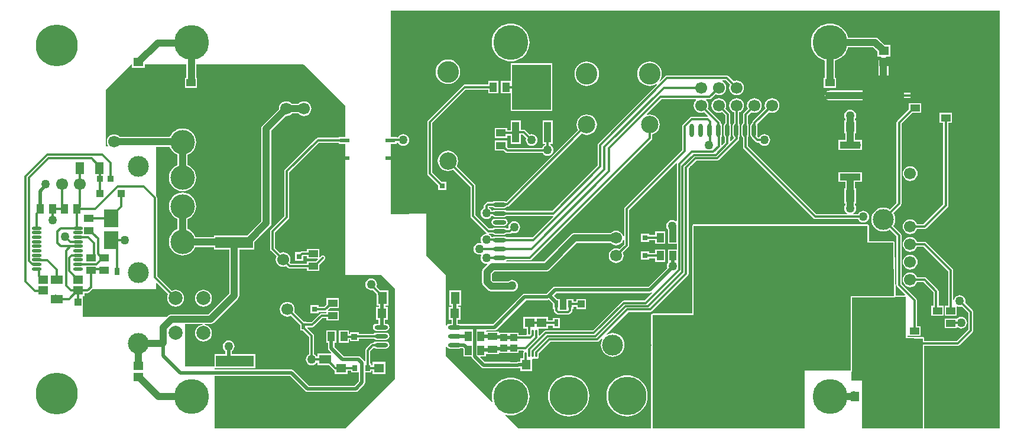
<source format=gtl>
G04*
G04 #@! TF.GenerationSoftware,Altium Limited,Altium Designer,18.1.11 (251)*
G04*
G04 Layer_Physical_Order=1*
G04 Layer_Color=255*
%FSLAX25Y25*%
%MOIN*%
G70*
G01*
G75*
%ADD15C,0.01968*%
%ADD18C,0.01181*%
%ADD20O,0.02362X0.07480*%
%ADD21O,0.07480X0.02362*%
%ADD22R,0.05512X0.02362*%
%ADD23O,0.05512X0.01772*%
%ADD24O,0.01181X0.03150*%
%ADD25R,0.02559X0.03740*%
%ADD26O,0.07677X0.02362*%
%ADD27R,0.02362X0.04134*%
%ADD28R,0.25197X0.21850*%
%ADD29R,0.11811X0.03937*%
%ADD30R,0.05315X0.03937*%
%ADD31R,0.03937X0.05315*%
%ADD32R,0.03347X0.03543*%
%ADD33R,0.03543X0.03347*%
%ADD34R,0.21850X0.25197*%
%ADD35R,0.03937X0.11811*%
%ADD36R,0.03150X0.03150*%
%ADD37R,0.03937X0.04331*%
%ADD38R,0.03150X0.03937*%
%ADD39R,0.08071X0.09843*%
%ADD40R,0.01968X0.03543*%
%ADD41R,0.03150X0.03150*%
%ADD42R,0.21260X0.06496*%
%ADD43R,0.05709X0.05118*%
%ADD44R,0.07087X0.05118*%
%ADD45R,0.05118X0.07087*%
%ADD46R,0.03937X0.04134*%
%ADD47R,0.05118X0.05709*%
%ADD87C,0.03937*%
%ADD88C,0.23622*%
%ADD89C,0.19685*%
%ADD90C,0.11811*%
%ADD91C,0.07874*%
%ADD92C,0.06693*%
%ADD93C,0.12205*%
%ADD94C,0.09843*%
%ADD95C,0.21654*%
%ADD96C,0.13780*%
%ADD97C,0.02165*%
%ADD98C,0.05000*%
G36*
X182283Y182283D02*
Y164842D01*
X178543D01*
Y164279D01*
X166811D01*
X166273Y164172D01*
X165818Y163867D01*
X148219Y146269D01*
X147915Y145813D01*
X147808Y145276D01*
Y119873D01*
X140345Y112411D01*
X140041Y111955D01*
X139934Y111417D01*
Y101417D01*
X140041Y100880D01*
X140345Y100424D01*
X143498Y97271D01*
X143217Y96591D01*
X143075Y95512D01*
X143217Y94433D01*
X143633Y93427D01*
X144296Y92563D01*
X145159Y91901D01*
X146165Y91484D01*
X147244Y91342D01*
X148323Y91484D01*
X149003Y91766D01*
X150030Y90739D01*
X150486Y90434D01*
X151024Y90327D01*
X160728D01*
Y88976D01*
X167618D01*
Y92501D01*
X170678Y95562D01*
X170983Y96017D01*
X171090Y96555D01*
X170983Y97093D01*
X170678Y97549D01*
X170223Y97853D01*
X169685Y97960D01*
X169147Y97853D01*
X168692Y97549D01*
X167982Y96839D01*
X167618Y96990D01*
Y101575D01*
X160728D01*
Y100224D01*
X157874D01*
X157336Y100117D01*
X156881Y99812D01*
X156675Y99606D01*
X153937D01*
Y94882D01*
X158661D01*
Y97414D01*
X160728D01*
Y96063D01*
X166692D01*
X166842Y95699D01*
X165631Y94488D01*
X160728D01*
Y93137D01*
X151606D01*
X150990Y93753D01*
X151271Y94433D01*
X151414Y95512D01*
X151271Y96591D01*
X150855Y97597D01*
X150192Y98460D01*
X149329Y99123D01*
X148323Y99539D01*
X147244Y99681D01*
X146165Y99539D01*
X145485Y99258D01*
X142744Y101999D01*
Y110835D01*
X150206Y118298D01*
X150511Y118754D01*
X150618Y119291D01*
Y144694D01*
X167393Y161469D01*
X178543D01*
Y160906D01*
X182283D01*
Y86614D01*
X202756D01*
X210236Y79134D01*
Y27953D01*
X182283Y0D01*
X108661D01*
X108661Y29690D01*
X151220D01*
X159746Y21164D01*
X160332Y20772D01*
X161024Y20635D01*
X188189D01*
X188880Y20772D01*
X189466Y21164D01*
X193010Y24707D01*
X193401Y25293D01*
X193539Y25984D01*
Y31594D01*
X197067D01*
Y32847D01*
X197539D01*
Y30906D01*
X204823D01*
Y37598D01*
X197539D01*
Y35657D01*
X197067D01*
Y36909D01*
X196405D01*
Y43631D01*
X198317Y45542D01*
X198756D01*
X199090Y45319D01*
X199858Y45166D01*
X205173D01*
X205941Y45319D01*
X206592Y45754D01*
X207028Y46405D01*
X207180Y47173D01*
X207028Y47941D01*
X206592Y48592D01*
X205941Y49027D01*
X205173Y49180D01*
X199858D01*
X199090Y49027D01*
X198439Y48592D01*
X198278Y48352D01*
X197735D01*
X197197Y48245D01*
X196741Y47941D01*
X194007Y45206D01*
X193702Y44750D01*
X193595Y44213D01*
Y38118D01*
X193201Y37998D01*
X193010Y38285D01*
X190961Y40334D01*
X190375Y40725D01*
X189684Y40863D01*
X181377D01*
X176216Y46024D01*
Y48524D01*
X177165D01*
Y55413D01*
X171653D01*
Y48524D01*
X172603D01*
Y45276D01*
X172741Y44584D01*
X173132Y43998D01*
X174444Y42687D01*
X174293Y42323D01*
X166535D01*
Y40919D01*
X166142Y40785D01*
X165730Y41321D01*
X165044Y41848D01*
X164791Y41953D01*
Y52362D01*
X164684Y52900D01*
X164379Y53356D01*
X160842Y56893D01*
X160993Y57257D01*
X163779D01*
X164317Y57363D01*
X164773Y57668D01*
X169480Y62375D01*
X171752D01*
Y61024D01*
X178642D01*
Y66535D01*
X172678D01*
X172528Y66899D01*
X173739Y68110D01*
X178642D01*
Y73622D01*
X171752D01*
Y70097D01*
X170383Y68728D01*
X167323D01*
Y69685D01*
X162598D01*
Y64961D01*
X167323D01*
Y65918D01*
X170965D01*
X171358Y65996D01*
X171752Y65754D01*
Y65184D01*
X168898D01*
X168360Y65078D01*
X167904Y64773D01*
X163198Y60066D01*
X160433D01*
Y60433D01*
X158877D01*
X153468Y65842D01*
X153634Y66244D01*
X153776Y67323D01*
X153634Y68402D01*
X153217Y69408D01*
X152555Y70271D01*
X151691Y70934D01*
X150685Y71350D01*
X149606Y71492D01*
X148527Y71350D01*
X147521Y70934D01*
X146658Y70271D01*
X145995Y69408D01*
X145579Y68402D01*
X145437Y67323D01*
X145579Y66244D01*
X145995Y65238D01*
X146658Y64375D01*
X147521Y63712D01*
X148527Y63295D01*
X149606Y63153D01*
X150685Y63295D01*
X151644Y63692D01*
X156890Y58446D01*
Y55315D01*
X158446D01*
X161981Y51780D01*
Y41953D01*
X161728Y41848D01*
X161041Y41321D01*
X160514Y40634D01*
X160183Y39835D01*
X160070Y38976D01*
X160183Y38118D01*
X160514Y37319D01*
X161041Y36632D01*
X161728Y36105D01*
X162528Y35774D01*
X163386Y35661D01*
X164244Y35774D01*
X165044Y36105D01*
X165730Y36632D01*
X166142Y37168D01*
X166535Y37034D01*
Y35630D01*
X173210D01*
X175581Y33259D01*
X176037Y32954D01*
X176279Y32906D01*
Y30906D01*
X183563D01*
Y32847D01*
X185728D01*
Y31594D01*
X189862D01*
X189926Y31227D01*
Y26733D01*
X187441Y24247D01*
X161772D01*
X153246Y32773D01*
X152660Y33165D01*
X151969Y33302D01*
X108745D01*
X108669Y33661D01*
X108720Y34055D01*
X109055Y34055D01*
X131496D01*
Y42126D01*
X118342D01*
Y43699D01*
X118880Y44112D01*
X119407Y44799D01*
X119738Y45599D01*
X119851Y46457D01*
X119738Y47315D01*
X119407Y48115D01*
X118880Y48801D01*
X118193Y49328D01*
X117394Y49659D01*
X116535Y49773D01*
X115677Y49659D01*
X114877Y49328D01*
X114191Y48801D01*
X113664Y48115D01*
X113333Y47315D01*
X113220Y46457D01*
X113333Y45599D01*
X113664Y44799D01*
X114191Y44112D01*
X114729Y43699D01*
Y42126D01*
X108661D01*
Y35433D01*
X108268Y35039D01*
X91899Y35039D01*
Y59031D01*
X101846D01*
X101872Y58638D01*
X101129Y58540D01*
X99980Y58064D01*
X98993Y57306D01*
X98235Y56320D01*
X97759Y55170D01*
X97597Y53937D01*
X97759Y52704D01*
X98235Y51554D01*
X98993Y50568D01*
X99980Y49810D01*
X101129Y49334D01*
X102362Y49172D01*
X103595Y49334D01*
X104745Y49810D01*
X105732Y50568D01*
X106489Y51554D01*
X106965Y52704D01*
X107127Y53937D01*
X106965Y55170D01*
X106489Y56320D01*
X105732Y57306D01*
X104745Y58064D01*
X103595Y58540D01*
X102852Y58638D01*
X102878Y59031D01*
X106299D01*
X107019Y59126D01*
X107689Y59404D01*
X108265Y59846D01*
X121651Y73231D01*
X122092Y73807D01*
X122370Y74477D01*
X122465Y75197D01*
Y101181D01*
X131102D01*
Y105321D01*
X139761Y113979D01*
X140202Y114555D01*
X140480Y115226D01*
X140575Y115945D01*
Y168297D01*
X148844Y176567D01*
X149055Y176539D01*
X150134Y176681D01*
X151140Y177098D01*
X152003Y177760D01*
X152133Y177929D01*
X155977D01*
X156107Y177760D01*
X156970Y177098D01*
X157976Y176681D01*
X159055Y176539D01*
X160134Y176681D01*
X161140Y177098D01*
X162003Y177760D01*
X162666Y178624D01*
X163083Y179630D01*
X163225Y180709D01*
X163083Y181788D01*
X162666Y182793D01*
X162003Y183657D01*
X161140Y184320D01*
X160134Y184736D01*
X159055Y184878D01*
X157976Y184736D01*
X156970Y184320D01*
X156107Y183657D01*
X155977Y183488D01*
X152133D01*
X152003Y183657D01*
X151140Y184320D01*
X150134Y184736D01*
X149055Y184878D01*
X147976Y184736D01*
X146970Y184320D01*
X146107Y183657D01*
X145444Y182793D01*
X145028Y181788D01*
X144886Y180709D01*
X144913Y180498D01*
X135830Y171414D01*
X135388Y170839D01*
X135110Y170168D01*
X135016Y169449D01*
Y117096D01*
X127171Y109252D01*
X108268D01*
Y108144D01*
X97775D01*
X97678Y108464D01*
X96965Y109798D01*
X96006Y110967D01*
X94837Y111926D01*
X93503Y112639D01*
X93331Y112691D01*
Y118411D01*
X93503Y118463D01*
X94837Y119176D01*
X96006Y120136D01*
X96965Y121305D01*
X97678Y122638D01*
X98117Y124085D01*
X98265Y125591D01*
X98117Y127095D01*
X97678Y128543D01*
X96965Y129876D01*
X96006Y131045D01*
X94837Y132005D01*
X93503Y132718D01*
X92056Y133157D01*
X90551Y133305D01*
X89046Y133157D01*
X87599Y132718D01*
X86265Y132005D01*
X85096Y131045D01*
X84137Y129876D01*
X83424Y128543D01*
X82985Y127095D01*
X82837Y125591D01*
X82985Y124085D01*
X83424Y122638D01*
X84137Y121305D01*
X85096Y120136D01*
X86265Y119176D01*
X87599Y118463D01*
X87771Y118411D01*
Y112691D01*
X87599Y112639D01*
X86265Y111926D01*
X85096Y110967D01*
X84137Y109798D01*
X83424Y108464D01*
X82985Y107017D01*
X82837Y105512D01*
X82985Y104007D01*
X83424Y102560D01*
X84137Y101226D01*
X85096Y100057D01*
X86265Y99098D01*
X87599Y98385D01*
X89046Y97946D01*
X90551Y97798D01*
X92056Y97946D01*
X93503Y98385D01*
X94837Y99098D01*
X96006Y100057D01*
X96965Y101226D01*
X97678Y102560D01*
X97686Y102585D01*
X108268D01*
Y101181D01*
X116905D01*
Y76348D01*
X105148Y64591D01*
X84252D01*
X83533Y64496D01*
X82862Y64218D01*
X82286Y63776D01*
X81502Y62992D01*
X34252Y62992D01*
Y68307D01*
X34449D01*
Y74213D01*
X34252D01*
Y74606D01*
X35138D01*
Y76548D01*
X37008D01*
X37545Y76655D01*
X38001Y76959D01*
X39782Y78740D01*
X75590D01*
Y82144D01*
X75954Y82295D01*
X82416Y75833D01*
X82011Y74855D01*
X81849Y73622D01*
X82011Y72389D01*
X82487Y71240D01*
X83245Y70253D01*
X84232Y69495D01*
X85381Y69019D01*
X86614Y68857D01*
X87848Y69019D01*
X88997Y69495D01*
X89984Y70253D01*
X90741Y71240D01*
X91217Y72389D01*
X91379Y73622D01*
X91217Y74855D01*
X90741Y76005D01*
X89984Y76991D01*
X88997Y77749D01*
X87848Y78225D01*
X86614Y78387D01*
X85381Y78225D01*
X84403Y77820D01*
X76208Y86015D01*
Y130315D01*
X76101Y130853D01*
X75797Y131308D01*
X75590Y131515D01*
Y159150D01*
X83336D01*
X83424Y158859D01*
X84137Y157525D01*
X85096Y156356D01*
X86265Y155397D01*
X87599Y154684D01*
X87771Y154632D01*
Y148912D01*
X87599Y148859D01*
X86265Y148146D01*
X85096Y147187D01*
X84137Y146018D01*
X83424Y144684D01*
X82985Y143237D01*
X82837Y141732D01*
X82985Y140227D01*
X83424Y138780D01*
X84137Y137446D01*
X85096Y136277D01*
X86265Y135318D01*
X87599Y134605D01*
X89046Y134166D01*
X90551Y134018D01*
X92056Y134166D01*
X93503Y134605D01*
X94837Y135318D01*
X96006Y136277D01*
X96965Y137446D01*
X97678Y138780D01*
X98117Y140227D01*
X98265Y141732D01*
X98117Y143237D01*
X97678Y144684D01*
X96965Y146018D01*
X96006Y147187D01*
X94837Y148146D01*
X93503Y148859D01*
X93331Y148912D01*
Y154632D01*
X93503Y154684D01*
X94837Y155397D01*
X96006Y156356D01*
X96965Y157525D01*
X97678Y158859D01*
X98117Y160306D01*
X98265Y161811D01*
X98117Y163316D01*
X97678Y164763D01*
X96965Y166097D01*
X96006Y167266D01*
X94837Y168225D01*
X93503Y168938D01*
X92056Y169377D01*
X90551Y169525D01*
X89046Y169377D01*
X87599Y168938D01*
X86265Y168225D01*
X85096Y167266D01*
X84137Y166097D01*
X83424Y164763D01*
X83408Y164709D01*
X55137D01*
X54917Y164996D01*
X54053Y165658D01*
X53048Y166075D01*
X51968Y166217D01*
X50889Y166075D01*
X49884Y165658D01*
X49020Y164996D01*
X48358Y164132D01*
X47941Y163126D01*
X47799Y162047D01*
X47941Y160968D01*
X48358Y159962D01*
X48481Y159802D01*
X48307Y159449D01*
X47244D01*
Y191339D01*
X61713Y205807D01*
X62106Y205668D01*
Y203740D01*
X69390D01*
Y205906D01*
X92693D01*
Y198031D01*
X91831D01*
Y192520D01*
X95095D01*
X95276Y192496D01*
X95472D01*
X95653Y192520D01*
X98721D01*
Y198031D01*
X98252D01*
Y205906D01*
X158661D01*
X182283Y182283D01*
D02*
G37*
G36*
X551200Y0D02*
X508677D01*
Y46626D01*
X527559D01*
X528097Y46733D01*
X528552Y47038D01*
X536033Y54518D01*
X536337Y54974D01*
X536444Y55512D01*
Y65748D01*
X536337Y66286D01*
X536033Y66742D01*
X531838Y70936D01*
X531943Y71189D01*
X532056Y72047D01*
X531943Y72905D01*
X531612Y73705D01*
X531085Y74392D01*
X530398Y74919D01*
X529598Y75250D01*
X528740Y75363D01*
X527882Y75250D01*
X527082Y74919D01*
X526396Y74392D01*
X525869Y73705D01*
X525537Y72905D01*
X525527Y72827D01*
X525027Y72859D01*
Y89370D01*
X524920Y89908D01*
X524615Y90364D01*
X509970Y105009D01*
X509514Y105314D01*
X508976Y105421D01*
X504680D01*
X504398Y106100D01*
X503736Y106964D01*
X502872Y107627D01*
X501867Y108043D01*
X500787Y108185D01*
X499708Y108043D01*
X498703Y107627D01*
X497839Y106964D01*
X497177Y106100D01*
X496760Y105095D01*
X496618Y104016D01*
X496760Y102937D01*
X497177Y101931D01*
X497839Y101067D01*
X498703Y100405D01*
X499708Y99988D01*
X500787Y99846D01*
X501867Y99988D01*
X502872Y100405D01*
X503736Y101067D01*
X504398Y101931D01*
X504680Y102611D01*
X508394D01*
X522217Y88788D01*
Y69291D01*
X520177D01*
Y63779D01*
X527067D01*
Y68641D01*
X527567Y68975D01*
X527882Y68844D01*
X528740Y68731D01*
X529598Y68844D01*
X529851Y68949D01*
X533634Y65166D01*
Y56094D01*
X526977Y49437D01*
X508677D01*
Y50864D01*
X508647Y51013D01*
X508620Y51162D01*
X508617Y51166D01*
X508616Y51172D01*
X508532Y51297D01*
X508449Y51425D01*
X508445Y51428D01*
X508442Y51432D01*
X508316Y51516D01*
X508191Y51602D01*
X508186Y51603D01*
X508181Y51606D01*
X508032Y51636D01*
X507884Y51667D01*
X499228Y51778D01*
Y52306D01*
X499728Y52362D01*
X506595D01*
Y57874D01*
X504555D01*
Y72441D01*
X504448Y72979D01*
X504143Y73434D01*
X495893Y81684D01*
Y109252D01*
X495786Y109790D01*
X495482Y110245D01*
X491268Y114460D01*
X491843Y115537D01*
X492226Y116798D01*
X492355Y118110D01*
X492226Y119422D01*
X491843Y120684D01*
X491268Y121761D01*
X495482Y125975D01*
X495786Y126431D01*
X495893Y126969D01*
Y172154D01*
X502085Y178347D01*
X506988D01*
Y183858D01*
X500098D01*
Y180333D01*
X493495Y173730D01*
X493190Y173274D01*
X493083Y172736D01*
Y127550D01*
X489281Y123748D01*
X488204Y124324D01*
X486942Y124706D01*
X485630Y124836D01*
X484318Y124706D01*
X483056Y124324D01*
X481893Y123702D01*
X480874Y122866D01*
X480038Y121847D01*
X479417Y120684D01*
X479034Y119422D01*
X478905Y118110D01*
X479034Y116798D01*
X479417Y115537D01*
X480038Y114374D01*
X480874Y113355D01*
X481893Y112518D01*
X483056Y111897D01*
X484318Y111514D01*
X485630Y111385D01*
X486942Y111514D01*
X488204Y111897D01*
X489281Y112473D01*
X493083Y108670D01*
Y81102D01*
X493190Y80565D01*
X493495Y80109D01*
X497929Y75674D01*
X497738Y75212D01*
X492584D01*
X492321Y87842D01*
X492355Y88189D01*
X492303Y88722D01*
X491961Y105135D01*
X491929Y105280D01*
X491900Y105425D01*
X491895Y105432D01*
X491893Y105441D01*
X491808Y105562D01*
X491726Y105686D01*
X491719Y105691D01*
X491714Y105698D01*
X491589Y105777D01*
X491465Y105860D01*
X491457Y105861D01*
X491450Y105866D01*
X491304Y105892D01*
X491158Y105921D01*
X477574D01*
Y114567D01*
X477513Y114874D01*
X477339Y115135D01*
X477079Y115309D01*
X476772Y115370D01*
X378740D01*
X378433Y115309D01*
X378172Y115135D01*
X377998Y114874D01*
X377937Y114567D01*
Y64976D01*
X355512D01*
X355205Y64915D01*
X354944Y64741D01*
X354770Y64481D01*
X354709Y64173D01*
Y47573D01*
X354717Y47534D01*
X354713Y47494D01*
X354737Y47244D01*
X354713Y46994D01*
X354717Y46954D01*
X354709Y46915D01*
Y0D01*
X279921D01*
X272520Y7401D01*
X272774Y7854D01*
X273922Y7579D01*
X275590Y7447D01*
X277259Y7579D01*
X278886Y7969D01*
X280431Y8610D01*
X281858Y9484D01*
X283130Y10571D01*
X284217Y11843D01*
X285091Y13269D01*
X285732Y14815D01*
X286122Y16442D01*
X286253Y18110D01*
X286122Y19778D01*
X285732Y21405D01*
X285091Y22951D01*
X284217Y24378D01*
X283130Y25650D01*
X281858Y26737D01*
X280431Y27611D01*
X278886Y28251D01*
X277259Y28642D01*
X275590Y28773D01*
X273922Y28642D01*
X272296Y28251D01*
X270750Y27611D01*
X269323Y26737D01*
X268051Y25650D01*
X266964Y24378D01*
X266090Y22951D01*
X265450Y21405D01*
X265059Y19778D01*
X264928Y18110D01*
X265059Y16442D01*
X265335Y15294D01*
X264881Y15040D01*
X238976Y40945D01*
Y46053D01*
X239476Y46205D01*
X239778Y45754D01*
X240429Y45319D01*
X241197Y45166D01*
X246512D01*
X247142Y45292D01*
X248658D01*
X248886Y45063D01*
Y40728D01*
X253405D01*
X253516Y40172D01*
X253908Y39586D01*
X254830Y38664D01*
X254874Y38634D01*
X258860Y34648D01*
X259447Y34256D01*
X260138Y34119D01*
X279786D01*
X280325Y34226D01*
X280906D01*
Y32579D01*
X287598D01*
Y39027D01*
X287985Y39344D01*
X287992Y39343D01*
X288530Y39450D01*
X288976Y39748D01*
X289423Y39450D01*
X289961Y39343D01*
X290498Y39450D01*
X290954Y39755D01*
X291259Y40210D01*
X291366Y40748D01*
Y42528D01*
X297826Y48989D01*
X324409D01*
X324947Y49096D01*
X325403Y49400D01*
X326831Y50828D01*
X327236Y50527D01*
X326857Y49818D01*
X326475Y48556D01*
X326346Y47244D01*
X326475Y45932D01*
X326857Y44670D01*
X327479Y43508D01*
X328315Y42489D01*
X329334Y41652D01*
X330497Y41031D01*
X331759Y40648D01*
X333071Y40519D01*
X334383Y40648D01*
X335645Y41031D01*
X336807Y41652D01*
X337826Y42489D01*
X338663Y43508D01*
X339284Y44670D01*
X339667Y45932D01*
X339796Y47244D01*
X339667Y48556D01*
X339284Y49818D01*
X338663Y50981D01*
X337826Y52000D01*
X336807Y52836D01*
X335645Y53457D01*
X334383Y53840D01*
X333071Y53969D01*
X331759Y53840D01*
X330497Y53457D01*
X329788Y53079D01*
X329487Y53484D01*
X341920Y65918D01*
X354331D01*
X354868Y66025D01*
X355324Y66329D01*
X375403Y86408D01*
X375708Y86864D01*
X375814Y87402D01*
Y146834D01*
X380332Y151351D01*
X391876D01*
X392413Y151458D01*
X392869Y151762D01*
X403887Y162781D01*
X404192Y163236D01*
X404299Y163774D01*
Y164681D01*
X404630Y165177D01*
X404783Y165945D01*
Y171063D01*
X404630Y171831D01*
X404299Y172327D01*
Y178619D01*
X404998Y178909D01*
X405862Y179571D01*
X406524Y180435D01*
X406941Y181440D01*
X407083Y182520D01*
X406941Y183599D01*
X406524Y184604D01*
X405862Y185468D01*
X404998Y186131D01*
X403993Y186547D01*
X402913Y186689D01*
X401834Y186547D01*
X400829Y186131D01*
X399965Y185468D01*
X399303Y184604D01*
X398886Y183599D01*
X398744Y182520D01*
X398886Y181440D01*
X399303Y180435D01*
X399965Y179571D01*
X400829Y178909D01*
X401489Y178635D01*
Y172571D01*
X401356Y172482D01*
X400921Y171831D01*
X400769Y171063D01*
Y165945D01*
X400921Y165177D01*
X401356Y164526D01*
X401177Y164044D01*
X399602Y162469D01*
X399140Y162660D01*
Y164489D01*
X399195Y164526D01*
X399630Y165177D01*
X399783Y165945D01*
Y171063D01*
X399630Y171831D01*
X399279Y172356D01*
Y177559D01*
X399172Y178097D01*
X398868Y178552D01*
X396659Y180761D01*
X396941Y181440D01*
X397083Y182520D01*
X396941Y183599D01*
X396524Y184604D01*
X395862Y185468D01*
X394998Y186131D01*
X393992Y186547D01*
X392913Y186689D01*
X391834Y186547D01*
X390829Y186131D01*
X389965Y185468D01*
X389302Y184604D01*
X388886Y183599D01*
X388744Y182520D01*
X388886Y181440D01*
X389302Y180435D01*
X389965Y179571D01*
X390829Y178909D01*
X391834Y178492D01*
X392913Y178350D01*
X393992Y178492D01*
X394672Y178774D01*
X396469Y176977D01*
Y172557D01*
X396356Y172482D01*
X395921Y171831D01*
X395768Y171063D01*
Y165945D01*
X395921Y165177D01*
X396330Y164565D01*
Y161703D01*
X394741Y160114D01*
X394279Y160305D01*
Y164652D01*
X394630Y165177D01*
X394783Y165945D01*
Y171063D01*
X394630Y171831D01*
X394195Y172482D01*
X394053Y172577D01*
Y172785D01*
X393946Y173323D01*
X393641Y173778D01*
X386659Y180761D01*
X386941Y181440D01*
X387083Y182520D01*
X386941Y183599D01*
X386524Y184604D01*
X385862Y185468D01*
X385790Y185523D01*
X385950Y185997D01*
X387795D01*
X388333Y186104D01*
X388789Y186408D01*
X391154Y188774D01*
X391834Y188492D01*
X392913Y188350D01*
X393992Y188492D01*
X394998Y188909D01*
X395862Y189571D01*
X396524Y190435D01*
X396941Y191440D01*
X397083Y192520D01*
X396941Y193599D01*
X396524Y194604D01*
X395862Y195468D01*
X394998Y196131D01*
X395107Y196627D01*
X396820D01*
X399167Y194279D01*
X398886Y193599D01*
X398744Y192520D01*
X398886Y191440D01*
X399303Y190435D01*
X399965Y189571D01*
X400829Y188909D01*
X401834Y188492D01*
X402913Y188350D01*
X403993Y188492D01*
X404998Y188909D01*
X405862Y189571D01*
X406524Y190435D01*
X406941Y191440D01*
X407083Y192520D01*
X406941Y193599D01*
X406524Y194604D01*
X405862Y195468D01*
X404998Y196131D01*
X403993Y196547D01*
X402913Y196689D01*
X401834Y196547D01*
X401154Y196266D01*
X398395Y199025D01*
X397939Y199329D01*
X397402Y199436D01*
X363779D01*
X363242Y199329D01*
X362786Y199025D01*
X360005Y196244D01*
X359615Y196547D01*
X360254Y197744D01*
X360648Y199043D01*
X360781Y200394D01*
X360648Y201744D01*
X360254Y203043D01*
X359615Y204240D01*
X358754Y205289D01*
X357704Y206150D01*
X356508Y206790D01*
X355209Y207184D01*
X353858Y207317D01*
X352508Y207184D01*
X351209Y206790D01*
X350012Y206150D01*
X348963Y205289D01*
X348102Y204240D01*
X347462Y203043D01*
X347068Y201744D01*
X346935Y200394D01*
X347068Y199043D01*
X347462Y197744D01*
X348102Y196547D01*
X348963Y195498D01*
X350012Y194637D01*
X351209Y193998D01*
X352508Y193604D01*
X353858Y193471D01*
X355209Y193604D01*
X356508Y193998D01*
X357704Y194637D01*
X358008Y194247D01*
X324991Y161230D01*
X324686Y160774D01*
X324579Y160236D01*
Y148613D01*
X298926Y122960D01*
X273279D01*
X273270Y122974D01*
X272618Y123409D01*
X271850Y123562D01*
X266732D01*
X265964Y123409D01*
X265365Y123009D01*
X264808D01*
X264683Y123311D01*
X264156Y123998D01*
X263469Y124525D01*
X263216Y124630D01*
Y125150D01*
X265303D01*
X265313Y125136D01*
X265964Y124701D01*
X266732Y124548D01*
X271850D01*
X272618Y124701D01*
X273270Y125136D01*
X273458Y125417D01*
X273594D01*
X274131Y125524D01*
X274587Y125829D01*
X315478Y166719D01*
X315546Y166667D01*
X316935Y166092D01*
X318425Y165896D01*
X319916Y166092D01*
X321304Y166667D01*
X322497Y167582D01*
X323412Y168775D01*
X323987Y170163D01*
X324183Y171653D01*
X323987Y173144D01*
X323412Y174532D01*
X322497Y175725D01*
X321304Y176640D01*
X319916Y177215D01*
X318425Y177411D01*
X316935Y177215D01*
X315546Y176640D01*
X314354Y175725D01*
X313439Y174532D01*
X312863Y173144D01*
X312667Y171653D01*
X312863Y170163D01*
X313439Y168775D01*
X313491Y168706D01*
X272978Y128193D01*
X272951Y128188D01*
X272618Y128409D01*
X271850Y128562D01*
X266732D01*
X265964Y128409D01*
X265313Y127974D01*
X265303Y127960D01*
X262503D01*
X261965Y127853D01*
X261509Y127549D01*
X260818Y126857D01*
X260513Y126401D01*
X260406Y125863D01*
Y124630D01*
X260153Y124525D01*
X259466Y123998D01*
X258940Y123311D01*
X258608Y122512D01*
X258495Y121653D01*
X258608Y120795D01*
X258940Y119996D01*
X259466Y119309D01*
X260153Y118782D01*
X260953Y118451D01*
X261811Y118338D01*
X262669Y118451D01*
X263469Y118782D01*
X264156Y119309D01*
X264683Y119996D01*
X264767Y120199D01*
X265271D01*
X265313Y120136D01*
X265964Y119701D01*
X266732Y119548D01*
X271850D01*
X272618Y119701D01*
X273270Y120136D01*
X273279Y120150D01*
X299346D01*
X299562Y119727D01*
X299570Y119667D01*
X287863Y107960D01*
X273279D01*
X273270Y107974D01*
X272618Y108409D01*
X271850Y108562D01*
X266732D01*
X265964Y108409D01*
X265395Y108029D01*
X264816D01*
X264683Y108351D01*
X264156Y109037D01*
X263469Y109564D01*
X263262Y109650D01*
X263361Y110150D01*
X265303D01*
X265313Y110136D01*
X265964Y109701D01*
X266732Y109548D01*
X271850D01*
X272618Y109701D01*
X273270Y110136D01*
X273279Y110150D01*
X275000D01*
X275538Y110257D01*
X275993Y110562D01*
X276211Y110780D01*
X276701Y110577D01*
X277559Y110464D01*
X278417Y110577D01*
X279217Y110908D01*
X279904Y111435D01*
X280431Y112122D01*
X280762Y112921D01*
X280875Y113779D01*
X280762Y114638D01*
X280431Y115437D01*
X279904Y116124D01*
X279217Y116651D01*
X278417Y116982D01*
X277559Y117095D01*
X276701Y116982D01*
X275901Y116651D01*
X275215Y116124D01*
X274688Y115437D01*
X274356Y114638D01*
X274243Y113779D01*
X274302Y113336D01*
X273972Y112960D01*
X273279D01*
X273270Y112974D01*
X272618Y113409D01*
X271850Y113562D01*
X266732D01*
X265964Y113409D01*
X265313Y112974D01*
X265303Y112960D01*
X263436D01*
X255736Y120661D01*
Y137008D01*
X255629Y137546D01*
X255324Y138001D01*
X245092Y148234D01*
X245144Y148302D01*
X245719Y149691D01*
X245915Y151181D01*
X245719Y152671D01*
X245144Y154060D01*
X244229Y155253D01*
X243036Y156168D01*
X241648Y156743D01*
X240158Y156939D01*
X238667Y156743D01*
X237279Y156168D01*
X236086Y155253D01*
X235171Y154060D01*
X234596Y152671D01*
X234400Y151181D01*
X234596Y149691D01*
X235171Y148302D01*
X236086Y147110D01*
X237279Y146195D01*
X238667Y145619D01*
X240158Y145423D01*
X241648Y145619D01*
X243036Y146195D01*
X243105Y146247D01*
X252926Y136426D01*
Y120079D01*
X253033Y119541D01*
X253337Y119085D01*
X261861Y110562D01*
X261961Y110495D01*
X261823Y110050D01*
X261792Y110006D01*
X260953Y109896D01*
X260153Y109564D01*
X259466Y109037D01*
X258940Y108351D01*
X258608Y107551D01*
X258495Y106693D01*
X258608Y105835D01*
X258855Y105240D01*
X258515Y104806D01*
X257874Y104890D01*
X257015Y104777D01*
X256216Y104446D01*
X255529Y103919D01*
X255002Y103233D01*
X254671Y102433D01*
X254558Y101575D01*
X254671Y100716D01*
X255002Y99917D01*
X255529Y99230D01*
X256216Y98703D01*
X257015Y98372D01*
X257874Y98259D01*
X258515Y98343D01*
X258854Y97909D01*
X258608Y97315D01*
X258495Y96457D01*
X258608Y95599D01*
X258940Y94799D01*
X259466Y94112D01*
X260153Y93585D01*
X260953Y93254D01*
X261811Y93141D01*
X262172Y93189D01*
X262406Y92715D01*
X260239Y90548D01*
X259797Y89973D01*
X259520Y89302D01*
X259425Y88583D01*
Y82621D01*
X259520Y81902D01*
X259797Y81231D01*
X260239Y80656D01*
X262545Y78349D01*
X263121Y77908D01*
X263791Y77630D01*
X264511Y77535D01*
X275391D01*
X275590Y77453D01*
X276449Y77340D01*
X277307Y77453D01*
X278107Y77784D01*
X278793Y78311D01*
X279320Y78998D01*
X279651Y79797D01*
X279765Y80655D01*
X279651Y81514D01*
X279320Y82313D01*
X278793Y83000D01*
X278107Y83527D01*
X277307Y83858D01*
X276449Y83971D01*
X275590Y83858D01*
X274791Y83527D01*
X274227Y83095D01*
X265662D01*
X264984Y83773D01*
Y87431D01*
X266329Y88775D01*
X295559D01*
X296278Y88870D01*
X296948Y89148D01*
X297524Y89590D01*
X312792Y104858D01*
X331962D01*
X332091Y104690D01*
X332955Y104027D01*
X333960Y103610D01*
X335039Y103468D01*
X336119Y103610D01*
X337124Y104027D01*
X337988Y104690D01*
X338650Y105553D01*
X339067Y106559D01*
X339540Y106454D01*
Y104125D01*
X336798Y101384D01*
X336119Y101665D01*
X335039Y101807D01*
X333960Y101665D01*
X332955Y101249D01*
X332091Y100586D01*
X331429Y99723D01*
X331012Y98717D01*
X330870Y97638D01*
X331012Y96559D01*
X331429Y95553D01*
X332091Y94690D01*
X332955Y94027D01*
X333960Y93610D01*
X335039Y93468D01*
X336119Y93610D01*
X337124Y94027D01*
X337988Y94690D01*
X338650Y95553D01*
X339067Y96559D01*
X339209Y97638D01*
X339067Y98717D01*
X338785Y99397D01*
X341938Y102550D01*
X342243Y103006D01*
X342350Y103543D01*
Y123434D01*
X368802Y149886D01*
X369263Y149640D01*
X369205Y149350D01*
Y117272D01*
X368705Y117046D01*
X368193Y117438D01*
X367394Y117770D01*
X366535Y117883D01*
X365677Y117770D01*
X364878Y117438D01*
X364191Y116911D01*
X363664Y116225D01*
X363333Y115425D01*
X363220Y114567D01*
X363333Y113709D01*
X363664Y112909D01*
X364149Y112276D01*
Y107874D01*
X364173Y107693D01*
Y104429D01*
X369205D01*
Y101083D01*
X364173D01*
Y94193D01*
X364173D01*
X364328Y93880D01*
X364058Y93528D01*
X363726Y92728D01*
X363613Y91870D01*
X363726Y91012D01*
X363821Y90785D01*
X353189Y80153D01*
X300492D01*
X299801Y80015D01*
X299215Y79624D01*
X296318Y76727D01*
X295940Y76474D01*
X295628Y76163D01*
X283411D01*
X282720Y76025D01*
X282134Y75634D01*
X265480Y58980D01*
X247352D01*
X247280Y59027D01*
X246512Y59180D01*
X245751D01*
Y61532D01*
X247382D01*
Y68815D01*
X245911D01*
Y69342D01*
X247520D01*
Y78004D01*
X240827D01*
Y69342D01*
X242298D01*
Y68815D01*
X240689D01*
Y61532D01*
X242139D01*
Y59180D01*
X241197D01*
X240429Y59027D01*
X239778Y58592D01*
X239476Y58142D01*
X238976Y58293D01*
Y86614D01*
X227953Y97638D01*
X227953Y121390D01*
X208230Y121148D01*
X207874Y121499D01*
X207874Y160906D01*
X211221D01*
Y161528D01*
X212009D01*
X212089Y161334D01*
X212616Y160647D01*
X213303Y160121D01*
X214102Y159789D01*
X214961Y159676D01*
X215819Y159789D01*
X216618Y160121D01*
X217305Y160647D01*
X217832Y161334D01*
X218163Y162134D01*
X218276Y162992D01*
X218163Y163850D01*
X217832Y164650D01*
X217305Y165337D01*
X216618Y165864D01*
X215819Y166195D01*
X214961Y166308D01*
X214102Y166195D01*
X213303Y165864D01*
X212616Y165337D01*
X212089Y164650D01*
X211960Y164338D01*
X211221D01*
Y164842D01*
X207874D01*
X207874Y236221D01*
X551200D01*
Y0D01*
D02*
G37*
G36*
X380037Y185523D02*
X379965Y185468D01*
X379303Y184604D01*
X378886Y183599D01*
X378744Y182520D01*
X378886Y181440D01*
X379303Y180435D01*
X379965Y179571D01*
X380829Y178909D01*
X381834Y178492D01*
X382913Y178350D01*
X383993Y178492D01*
X384672Y178774D01*
X386785Y176661D01*
X386539Y176200D01*
X386500Y176208D01*
X377559D01*
X377021Y176101D01*
X376566Y175797D01*
X372648Y171879D01*
X372344Y171423D01*
X372237Y170886D01*
Y157295D01*
X339951Y125009D01*
X339647Y124553D01*
X339540Y124016D01*
Y108821D01*
X339067Y108717D01*
X338650Y109723D01*
X337988Y110586D01*
X337124Y111249D01*
X336119Y111665D01*
X335039Y111807D01*
X333960Y111665D01*
X332955Y111249D01*
X332091Y110586D01*
X331962Y110417D01*
X311641D01*
X310922Y110323D01*
X310251Y110045D01*
X309676Y109603D01*
X294407Y94335D01*
X272971D01*
X272819Y94835D01*
X273270Y95136D01*
X273279Y95150D01*
X286319D01*
X286857Y95257D01*
X287312Y95562D01*
X354852Y163101D01*
X355156Y163557D01*
X355263Y164094D01*
Y166081D01*
X355348Y166092D01*
X356737Y166667D01*
X357930Y167582D01*
X358845Y168775D01*
X359420Y170163D01*
X359616Y171653D01*
X359420Y173144D01*
X358845Y174532D01*
X357930Y175725D01*
X356737Y176640D01*
X355348Y177215D01*
X353858Y177411D01*
X352513Y177234D01*
X352254Y177683D01*
X360568Y185997D01*
X379876D01*
X380037Y185523D01*
D02*
G37*
G36*
X498425Y74409D02*
X498425Y50985D01*
X507874Y50864D01*
Y0D01*
X473622D01*
Y27165D01*
X467717D01*
Y31993D01*
X467891Y32109D01*
X468064Y32370D01*
X468126Y32677D01*
Y74000D01*
X491432D01*
X491436Y74001D01*
X491441Y74000D01*
X491590Y74032D01*
X491740Y74061D01*
X491743Y74064D01*
X491747Y74065D01*
X491873Y74151D01*
X492000Y74235D01*
X492002Y74239D01*
X492006Y74241D01*
X492170Y74409D01*
X498425D01*
D02*
G37*
G36*
X355404Y76595D02*
X351081Y72271D01*
X339370D01*
X338832Y72164D01*
X338377Y71860D01*
X321859Y55342D01*
X295276D01*
X294738Y55235D01*
X294282Y54930D01*
X291828Y52476D01*
X291366Y52667D01*
Y55315D01*
X291259Y55853D01*
X291163Y55996D01*
X291430Y56496D01*
X296555D01*
Y58241D01*
X299410D01*
Y56791D01*
X303346D01*
Y62500D01*
X299410D01*
Y61051D01*
X296555D01*
Y63189D01*
X289272D01*
Y63189D01*
X282579D01*
Y56496D01*
X284619D01*
Y53347D01*
X284631Y53283D01*
X284221Y52783D01*
X279921D01*
Y54232D01*
X274909D01*
X274410Y54232D01*
Y54232D01*
X274409D01*
Y54232D01*
X268898D01*
X268799Y54691D01*
Y54724D01*
X261910D01*
Y54724D01*
X261574Y54867D01*
X261554Y54984D01*
X261876Y55367D01*
X266228D01*
X266920Y55504D01*
X267506Y55896D01*
X284160Y72550D01*
X296376D01*
X297068Y72687D01*
X297205Y72779D01*
X299410Y70575D01*
Y67421D01*
X299973D01*
Y66732D01*
X300080Y66195D01*
X300384Y65739D01*
X301369Y64755D01*
X301825Y64450D01*
X302362Y64343D01*
X307874D01*
X308412Y64450D01*
X308868Y64755D01*
X309852Y65739D01*
X310156Y66195D01*
X310263Y66732D01*
Y67421D01*
X310827D01*
Y68871D01*
X312598D01*
Y67421D01*
X318110D01*
Y73130D01*
X312598D01*
Y71680D01*
X310827D01*
Y73130D01*
X306890D01*
Y67421D01*
X306501Y67153D01*
X303735D01*
X303346Y67421D01*
Y73130D01*
X301964D01*
X299897Y75197D01*
X301240Y76540D01*
X353937D01*
X354628Y76678D01*
X355085Y76983D01*
X355404Y76595D01*
D02*
G37*
G36*
X282782Y44026D02*
X282966Y43567D01*
X282757Y43254D01*
X282650Y42717D01*
Y39862D01*
X280906D01*
Y37839D01*
X279893D01*
X279355Y37732D01*
X260886D01*
X258351Y40266D01*
X258542Y40728D01*
X261484D01*
Y41945D01*
X261910Y42126D01*
Y42126D01*
X268799D01*
Y42159D01*
X268898Y42618D01*
X273909D01*
X274409Y42618D01*
Y42618D01*
X274410D01*
Y42618D01*
X279921D01*
Y44067D01*
X282745D01*
X282782Y44026D01*
D02*
G37*
G36*
X476772Y105118D02*
X491158D01*
X491782Y75160D01*
X491432Y74803D01*
X467323D01*
Y32677D01*
X441339D01*
Y0D01*
X355512D01*
Y46915D01*
X355544Y47244D01*
X355512Y47573D01*
Y64173D01*
X378740D01*
Y114567D01*
X476772D01*
Y105118D01*
D02*
G37*
%LPC*%
G36*
X102362Y78387D02*
X101129Y78225D01*
X99980Y77749D01*
X98993Y76991D01*
X98235Y76005D01*
X97759Y74855D01*
X97597Y73622D01*
X97759Y72389D01*
X98235Y71240D01*
X98993Y70253D01*
X99980Y69495D01*
X101129Y69019D01*
X102362Y68857D01*
X103595Y69019D01*
X104745Y69495D01*
X105732Y70253D01*
X106489Y71240D01*
X106965Y72389D01*
X107127Y73622D01*
X106965Y74855D01*
X106489Y76005D01*
X105732Y76991D01*
X104745Y77749D01*
X103595Y78225D01*
X102362Y78387D01*
D02*
G37*
G36*
X196850Y84812D02*
X195992Y84699D01*
X195193Y84368D01*
X194506Y83841D01*
X193979Y83154D01*
X193648Y82354D01*
X193535Y81496D01*
X193648Y80638D01*
X193979Y79838D01*
X194506Y79151D01*
X195193Y78624D01*
X195992Y78293D01*
X196850Y78180D01*
X197677Y78289D01*
X199823Y76143D01*
Y75642D01*
X199850Y75506D01*
Y69342D01*
X201209D01*
Y68815D01*
X199488D01*
Y61532D01*
X201028D01*
Y59180D01*
X199858D01*
X199090Y59027D01*
X198439Y58592D01*
X198004Y57941D01*
X197851Y57173D01*
X198004Y56405D01*
X198439Y55754D01*
X199090Y55319D01*
X199858Y55166D01*
X205173D01*
X205941Y55319D01*
X206592Y55754D01*
X207028Y56405D01*
X207180Y57173D01*
X207028Y57941D01*
X206592Y58592D01*
X205941Y59027D01*
X205173Y59180D01*
X204641D01*
Y61532D01*
X206181D01*
Y68815D01*
X204822D01*
Y69342D01*
X206543D01*
Y78004D01*
X201936D01*
X199833Y80107D01*
X200053Y80638D01*
X200166Y81496D01*
X200053Y82354D01*
X199722Y83154D01*
X199195Y83841D01*
X198508Y84368D01*
X197709Y84699D01*
X196850Y84812D01*
D02*
G37*
G36*
X184252Y55413D02*
X178740D01*
Y48524D01*
X184252D01*
Y50465D01*
X184843D01*
Y49409D01*
X189961D01*
Y50617D01*
X198645D01*
X199090Y50319D01*
X199858Y50166D01*
X205173D01*
X205941Y50319D01*
X206592Y50754D01*
X207028Y51405D01*
X207180Y52173D01*
X207028Y52941D01*
X206592Y53592D01*
X205941Y54027D01*
X205173Y54180D01*
X199858D01*
X199090Y54027D01*
X198439Y53592D01*
X198328Y53427D01*
X189961D01*
Y54331D01*
X184843D01*
Y53275D01*
X184252D01*
Y55413D01*
D02*
G37*
G36*
X275590Y228773D02*
X273922Y228642D01*
X272296Y228251D01*
X270750Y227611D01*
X269323Y226737D01*
X268051Y225650D01*
X266964Y224378D01*
X266090Y222951D01*
X265450Y221405D01*
X265059Y219778D01*
X264928Y218110D01*
X265059Y216442D01*
X265450Y214815D01*
X266090Y213269D01*
X266964Y211843D01*
X268051Y210571D01*
X269323Y209484D01*
X270750Y208610D01*
X272296Y207969D01*
X273922Y207579D01*
X275590Y207447D01*
X277259Y207579D01*
X278886Y207969D01*
X280431Y208610D01*
X281858Y209484D01*
X283130Y210571D01*
X284217Y211843D01*
X285091Y213269D01*
X285732Y214815D01*
X286122Y216442D01*
X286253Y218110D01*
X286122Y219778D01*
X285732Y221405D01*
X285091Y222951D01*
X284217Y224378D01*
X283130Y225650D01*
X281858Y226737D01*
X280431Y227611D01*
X278886Y228251D01*
X277259Y228642D01*
X275590Y228773D01*
D02*
G37*
G36*
X240158Y208498D02*
X238807Y208365D01*
X237508Y207971D01*
X236311Y207331D01*
X235262Y206470D01*
X234401Y205421D01*
X233761Y204224D01*
X233367Y202925D01*
X233234Y201575D01*
X233367Y200224D01*
X233761Y198925D01*
X234401Y197729D01*
X235262Y196679D01*
X236311Y195818D01*
X237508Y195179D01*
X238807Y194785D01*
X240158Y194652D01*
X241508Y194785D01*
X242807Y195179D01*
X244004Y195818D01*
X245053Y196679D01*
X245914Y197729D01*
X246554Y198925D01*
X246948Y200224D01*
X247081Y201575D01*
X246948Y202925D01*
X246554Y204224D01*
X245914Y205421D01*
X245053Y206470D01*
X244004Y207331D01*
X242807Y207971D01*
X241508Y208365D01*
X240158Y208498D01*
D02*
G37*
G36*
X318425Y207317D02*
X317075Y207184D01*
X315776Y206790D01*
X314579Y206150D01*
X313530Y205289D01*
X312669Y204240D01*
X312029Y203043D01*
X311635Y201744D01*
X311502Y200394D01*
X311635Y199043D01*
X312029Y197744D01*
X312669Y196547D01*
X313530Y195498D01*
X314579Y194637D01*
X315776Y193998D01*
X317075Y193604D01*
X318425Y193471D01*
X319776Y193604D01*
X321075Y193998D01*
X322271Y194637D01*
X323321Y195498D01*
X324182Y196547D01*
X324821Y197744D01*
X325215Y199043D01*
X325348Y200394D01*
X325215Y201744D01*
X324821Y203043D01*
X324182Y204240D01*
X323321Y205289D01*
X322271Y206150D01*
X321075Y206790D01*
X319776Y207184D01*
X318425Y207317D01*
D02*
G37*
G36*
X268504Y196358D02*
X262992D01*
Y194318D01*
X249606D01*
X249069Y194211D01*
X248613Y193907D01*
X228928Y174222D01*
X228623Y173766D01*
X228516Y173228D01*
Y144095D01*
X228623Y143557D01*
X228928Y143101D01*
X234646Y137383D01*
Y134646D01*
X239370D01*
Y139370D01*
X236633D01*
X231326Y144676D01*
Y172646D01*
X250188Y191508D01*
X262992D01*
Y189469D01*
X268504D01*
Y196358D01*
D02*
G37*
G36*
X455512Y228773D02*
X453844Y228642D01*
X452217Y228251D01*
X450671Y227611D01*
X449244Y226737D01*
X447972Y225650D01*
X446885Y224378D01*
X446011Y222951D01*
X445371Y221405D01*
X444980Y219778D01*
X444849Y218110D01*
X444980Y216442D01*
X445371Y214815D01*
X446011Y213269D01*
X446885Y211843D01*
X447972Y210571D01*
X449244Y209484D01*
X450671Y208610D01*
X452217Y207969D01*
X452732Y207846D01*
Y198031D01*
X452067D01*
Y192520D01*
X455331D01*
X455512Y192496D01*
X455692Y192520D01*
X458957D01*
Y198031D01*
X458291D01*
Y207846D01*
X458807Y207969D01*
X460353Y208610D01*
X461779Y209484D01*
X463052Y210571D01*
X464138Y211843D01*
X465012Y213269D01*
X465653Y214815D01*
X465776Y215331D01*
X479951D01*
X482185Y213096D01*
Y210039D01*
X484447D01*
X484547Y209539D01*
X484437Y209494D01*
X483861Y209052D01*
X483763Y208954D01*
X483321Y208378D01*
X483043Y207708D01*
X482949Y206988D01*
Y190969D01*
X455512D01*
X454792Y190874D01*
X454122Y190596D01*
X453546Y190155D01*
X453104Y189579D01*
X452827Y188908D01*
X452732Y188189D01*
X452827Y187470D01*
X453104Y186799D01*
X453546Y186223D01*
X454122Y185782D01*
X454792Y185504D01*
X455512Y185409D01*
X485630D01*
X486349Y185504D01*
X487020Y185782D01*
X487595Y186223D01*
X487694Y186322D01*
X488049Y186784D01*
X503543D01*
X503543Y186784D01*
X504081Y186891D01*
X504537Y187196D01*
X504841Y187651D01*
X504948Y188189D01*
X504841Y188727D01*
X504537Y189182D01*
X504081Y189487D01*
X503543Y189594D01*
X488508D01*
Y206358D01*
X488512Y206367D01*
X488607Y207087D01*
X488512Y207806D01*
X488234Y208476D01*
X487792Y209052D01*
X487217Y209494D01*
X487107Y209539D01*
X487206Y210039D01*
X489468D01*
Y216732D01*
X486411D01*
X483068Y220076D01*
X482492Y220517D01*
X481822Y220795D01*
X481102Y220890D01*
X465776D01*
X465653Y221405D01*
X465012Y222951D01*
X464138Y224378D01*
X463052Y225650D01*
X461779Y226737D01*
X460353Y227611D01*
X458807Y228251D01*
X457180Y228642D01*
X455512Y228773D01*
D02*
G37*
G36*
X299114Y206299D02*
X275689D01*
Y196818D01*
X275590Y196358D01*
X270079D01*
Y189469D01*
X275590D01*
X275689Y189009D01*
Y179528D01*
X299114D01*
Y206299D01*
D02*
G37*
G36*
X422913Y186689D02*
X421834Y186547D01*
X420829Y186131D01*
X419965Y185468D01*
X419303Y184604D01*
X418886Y183599D01*
X418744Y182520D01*
X418886Y181440D01*
X419168Y180761D01*
X412107Y173700D01*
X411802Y173244D01*
X411696Y172709D01*
X411356Y172482D01*
X410921Y171831D01*
X410769Y171063D01*
Y165945D01*
X410921Y165177D01*
X411356Y164526D01*
X411597Y164365D01*
X411656Y164067D01*
X411961Y163612D01*
X413574Y161999D01*
X414029Y161694D01*
X414567Y161587D01*
X415528D01*
X415632Y161334D01*
X416159Y160647D01*
X416846Y160121D01*
X417646Y159789D01*
X418504Y159676D01*
X419362Y159789D01*
X420162Y160121D01*
X420849Y160647D01*
X421376Y161334D01*
X421707Y162134D01*
X421820Y162992D01*
X421707Y163850D01*
X421376Y164650D01*
X420849Y165337D01*
X420162Y165864D01*
X419362Y166195D01*
X418504Y166308D01*
X417646Y166195D01*
X416846Y165864D01*
X416159Y165337D01*
X415632Y164650D01*
X415588Y164543D01*
X415066Y164480D01*
X414526Y165021D01*
X414630Y165177D01*
X414783Y165945D01*
Y171063D01*
X414630Y171831D01*
X414505Y172018D01*
Y172124D01*
X421154Y178774D01*
X421834Y178492D01*
X422913Y178350D01*
X423992Y178492D01*
X424998Y178909D01*
X425862Y179571D01*
X426524Y180435D01*
X426941Y181440D01*
X427083Y182520D01*
X426941Y183599D01*
X426524Y184604D01*
X425862Y185468D01*
X424998Y186131D01*
X423992Y186547D01*
X422913Y186689D01*
D02*
G37*
G36*
X412913D02*
X411834Y186547D01*
X410829Y186131D01*
X409965Y185468D01*
X409303Y184604D01*
X408886Y183599D01*
X408744Y182520D01*
X408886Y181440D01*
X409167Y180761D01*
X406881Y178474D01*
X406576Y178018D01*
X406469Y177480D01*
Y172557D01*
X406356Y172482D01*
X405921Y171831D01*
X405768Y171063D01*
Y165945D01*
X405921Y165177D01*
X406356Y164526D01*
X406469Y164450D01*
Y159055D01*
X406576Y158518D01*
X406881Y158062D01*
X446251Y118692D01*
X446706Y118387D01*
X447244Y118280D01*
X471433D01*
X471538Y118027D01*
X472065Y117340D01*
X472752Y116814D01*
X473551Y116482D01*
X474409Y116369D01*
X475268Y116482D01*
X476067Y116814D01*
X476754Y117340D01*
X477281Y118027D01*
X477612Y118827D01*
X477725Y119685D01*
X477612Y120543D01*
X477281Y121343D01*
X476754Y122030D01*
X476067Y122557D01*
X475268Y122888D01*
X474409Y123001D01*
X473551Y122888D01*
X472752Y122557D01*
X472065Y122030D01*
X471538Y121343D01*
X471433Y121090D01*
X468792D01*
X468678Y121341D01*
X468655Y121590D01*
X469274Y122065D01*
X469801Y122752D01*
X470132Y123551D01*
X470245Y124409D01*
X470132Y125268D01*
X469801Y126067D01*
X469709Y126187D01*
Y127165D01*
X470276D01*
Y135827D01*
X469709D01*
Y139409D01*
X473622D01*
Y144921D01*
X467110D01*
X466929Y144945D01*
X466749Y144921D01*
X460236D01*
Y139409D01*
X464149D01*
Y135827D01*
X463583D01*
Y127165D01*
X464149D01*
Y126187D01*
X464058Y126067D01*
X463726Y125268D01*
X463613Y124409D01*
X463726Y123551D01*
X464058Y122752D01*
X464584Y122065D01*
X465203Y121590D01*
X465181Y121341D01*
X465066Y121090D01*
X447826D01*
X409279Y159637D01*
Y164652D01*
X409630Y165177D01*
X409783Y165945D01*
Y171063D01*
X409630Y171831D01*
X409279Y172356D01*
Y176898D01*
X411154Y178774D01*
X411834Y178492D01*
X412913Y178350D01*
X413993Y178492D01*
X414998Y178909D01*
X415862Y179571D01*
X416524Y180435D01*
X416941Y181440D01*
X417083Y182520D01*
X416941Y183599D01*
X416524Y184604D01*
X415862Y185468D01*
X414998Y186131D01*
X413993Y186547D01*
X412913Y186689D01*
D02*
G37*
G36*
X281142Y174213D02*
X275630D01*
Y168334D01*
X273524D01*
Y169685D01*
X266634D01*
Y164173D01*
X273524D01*
Y165524D01*
X275630D01*
Y160827D01*
X281142D01*
Y166115D01*
X282292D01*
X284303Y164103D01*
X284199Y163850D01*
X284086Y162992D01*
X284199Y162134D01*
X284530Y161334D01*
X285057Y160647D01*
X285744Y160121D01*
X286543Y159789D01*
X287402Y159676D01*
X288260Y159789D01*
X289059Y160121D01*
X289746Y160647D01*
X290273Y161334D01*
X290604Y162134D01*
X290717Y162992D01*
X290604Y163850D01*
X290273Y164650D01*
X289746Y165337D01*
X289059Y165864D01*
X288260Y166195D01*
X287402Y166308D01*
X286543Y166195D01*
X286291Y166090D01*
X283868Y168513D01*
X283412Y168818D01*
X282874Y168925D01*
X281142D01*
Y174213D01*
D02*
G37*
G36*
X299173D02*
X293661D01*
Y160827D01*
X295012D01*
Y160260D01*
X294759Y160155D01*
X294073Y159628D01*
X293546Y158941D01*
X293359Y158492D01*
X274106D01*
X273524Y159073D01*
Y162598D01*
X266634D01*
Y157087D01*
X271537D01*
X272530Y156093D01*
X272986Y155789D01*
X273524Y155682D01*
X293523D01*
X293546Y155626D01*
X294073Y154939D01*
X294759Y154412D01*
X295559Y154081D01*
X296417Y153968D01*
X297275Y154081D01*
X298075Y154412D01*
X298762Y154939D01*
X299289Y155626D01*
X299620Y156425D01*
X299733Y157283D01*
X299620Y158142D01*
X299289Y158941D01*
X298762Y159628D01*
X298075Y160155D01*
X297822Y160260D01*
Y160827D01*
X299173D01*
Y174213D01*
D02*
G37*
G36*
X466929Y180087D02*
X466071Y179974D01*
X465271Y179643D01*
X464584Y179116D01*
X464058Y178429D01*
X463726Y177630D01*
X463613Y176772D01*
X463726Y175914D01*
X464058Y175114D01*
X464149Y174994D01*
Y174114D01*
X463583D01*
Y166831D01*
X464149D01*
Y162953D01*
X460236D01*
Y157441D01*
X466749D01*
X466929Y157417D01*
X470866D01*
X471047Y157441D01*
X473622D01*
Y160016D01*
X473646Y160197D01*
X473622Y160377D01*
Y162953D01*
X471047D01*
X470866Y162977D01*
X469709D01*
Y166831D01*
X470276D01*
Y174114D01*
X469709D01*
Y174994D01*
X469801Y175114D01*
X470132Y175914D01*
X470245Y176772D01*
X470132Y177630D01*
X469801Y178429D01*
X469274Y179116D01*
X468587Y179643D01*
X467787Y179974D01*
X466929Y180087D01*
D02*
G37*
G36*
X500787Y148185D02*
X499708Y148043D01*
X498703Y147627D01*
X497839Y146964D01*
X497177Y146100D01*
X496760Y145095D01*
X496618Y144016D01*
X496760Y142937D01*
X497177Y141931D01*
X497839Y141068D01*
X498703Y140405D01*
X499708Y139988D01*
X500787Y139846D01*
X501867Y139988D01*
X502872Y140405D01*
X503736Y141068D01*
X504398Y141931D01*
X504815Y142937D01*
X504957Y144016D01*
X504815Y145095D01*
X504398Y146100D01*
X503736Y146964D01*
X502872Y147627D01*
X501867Y148043D01*
X500787Y148185D01*
D02*
G37*
G36*
X524311Y178347D02*
X517421D01*
Y172835D01*
X519461D01*
Y126645D01*
X508237Y115421D01*
X504680D01*
X504398Y116101D01*
X503736Y116964D01*
X502872Y117627D01*
X501867Y118043D01*
X500787Y118185D01*
X499708Y118043D01*
X498703Y117627D01*
X497839Y116964D01*
X497177Y116101D01*
X496760Y115095D01*
X496618Y114016D01*
X496760Y112937D01*
X497177Y111931D01*
X497839Y111067D01*
X498703Y110405D01*
X499708Y109988D01*
X500787Y109846D01*
X501867Y109988D01*
X502872Y110405D01*
X503736Y111067D01*
X504398Y111931D01*
X504680Y112611D01*
X508819D01*
X509357Y112718D01*
X509812Y113022D01*
X521860Y125069D01*
X522164Y125525D01*
X522271Y126063D01*
Y172835D01*
X524311D01*
Y178347D01*
D02*
G37*
G36*
X271850Y118562D02*
X266732D01*
X265964Y118409D01*
X265313Y117974D01*
X264878Y117323D01*
X264725Y116555D01*
X264878Y115787D01*
X265313Y115136D01*
X265964Y114701D01*
X266732Y114548D01*
X271850D01*
X272618Y114701D01*
X273270Y115136D01*
X273705Y115787D01*
X273857Y116555D01*
X273705Y117323D01*
X273270Y117974D01*
X272618Y118409D01*
X271850Y118562D01*
D02*
G37*
G36*
X362598Y111319D02*
X357087D01*
Y109279D01*
X353543D01*
Y110236D01*
X348819D01*
Y105512D01*
X353543D01*
Y106469D01*
X357087D01*
Y104429D01*
X362598D01*
Y111319D01*
D02*
G37*
G36*
Y101083D02*
X357087D01*
Y99043D01*
X353543D01*
Y100000D01*
X348819D01*
Y95276D01*
X353543D01*
Y96233D01*
X357087D01*
Y94193D01*
X362598D01*
Y101083D01*
D02*
G37*
G36*
X500787Y98185D02*
X499708Y98043D01*
X498703Y97627D01*
X497839Y96964D01*
X497177Y96100D01*
X496760Y95095D01*
X496618Y94016D01*
X496760Y92937D01*
X497177Y91931D01*
X497839Y91067D01*
X498703Y90405D01*
X499708Y89988D01*
X500787Y89846D01*
X501867Y89988D01*
X502872Y90405D01*
X503736Y91067D01*
X504398Y91931D01*
X504815Y92937D01*
X504957Y94016D01*
X504815Y95095D01*
X504398Y96100D01*
X503736Y96964D01*
X502872Y97627D01*
X501867Y98043D01*
X500787Y98185D01*
D02*
G37*
G36*
Y88185D02*
X499708Y88043D01*
X498703Y87627D01*
X497839Y86964D01*
X497177Y86101D01*
X496760Y85095D01*
X496618Y84016D01*
X496760Y82937D01*
X497177Y81931D01*
X497839Y81067D01*
X498703Y80405D01*
X499708Y79988D01*
X500787Y79846D01*
X501867Y79988D01*
X502872Y80405D01*
X503736Y81067D01*
X504398Y81931D01*
X504680Y82611D01*
X508414D01*
X514048Y76977D01*
Y69291D01*
X512697D01*
Y63779D01*
X519587D01*
Y69291D01*
X516858D01*
Y77559D01*
X516751Y78097D01*
X516446Y78553D01*
X509990Y85009D01*
X509534Y85314D01*
X508996Y85421D01*
X504680D01*
X504398Y86101D01*
X503736Y86964D01*
X502872Y87627D01*
X501867Y88043D01*
X500787Y88185D01*
D02*
G37*
G36*
X529528Y63158D02*
X528669Y63045D01*
X527870Y62714D01*
X527480Y62415D01*
X527067Y62205D01*
X520177D01*
Y56693D01*
X527067D01*
Y56957D01*
X527567Y57203D01*
X527870Y56971D01*
X528669Y56640D01*
X529528Y56527D01*
X530386Y56640D01*
X531185Y56971D01*
X531872Y57498D01*
X532399Y58185D01*
X532730Y58984D01*
X532843Y59842D01*
X532730Y60701D01*
X532399Y61500D01*
X531872Y62187D01*
X531185Y62714D01*
X530386Y63045D01*
X529528Y63158D01*
D02*
G37*
G36*
X341142Y30154D02*
X339319Y30011D01*
X337542Y29584D01*
X335853Y28884D01*
X334294Y27929D01*
X332904Y26742D01*
X331717Y25352D01*
X330761Y23793D01*
X330062Y22104D01*
X329635Y20326D01*
X329492Y18504D01*
X329635Y16681D01*
X330062Y14904D01*
X330761Y13215D01*
X331717Y11656D01*
X332904Y10266D01*
X334294Y9079D01*
X335853Y8124D01*
X337542Y7424D01*
X339319Y6997D01*
X341142Y6854D01*
X342964Y6997D01*
X344742Y7424D01*
X346431Y8124D01*
X347990Y9079D01*
X349380Y10266D01*
X350567Y11656D01*
X351522Y13215D01*
X352222Y14904D01*
X352648Y16681D01*
X352792Y18504D01*
X352648Y20326D01*
X352222Y22104D01*
X351522Y23793D01*
X350567Y25352D01*
X349380Y26742D01*
X347990Y27929D01*
X346431Y28884D01*
X344742Y29584D01*
X342964Y30011D01*
X341142Y30154D01*
D02*
G37*
G36*
X308268D02*
X306445Y30011D01*
X304668Y29584D01*
X302979Y28884D01*
X301420Y27929D01*
X300030Y26742D01*
X298843Y25352D01*
X297887Y23793D01*
X297188Y22104D01*
X296761Y20326D01*
X296618Y18504D01*
X296761Y16681D01*
X297188Y14904D01*
X297887Y13215D01*
X298843Y11656D01*
X300030Y10266D01*
X301420Y9079D01*
X302979Y8124D01*
X304668Y7424D01*
X306445Y6997D01*
X308268Y6854D01*
X310090Y6997D01*
X311868Y7424D01*
X313557Y8124D01*
X315115Y9079D01*
X316506Y10266D01*
X317693Y11656D01*
X318648Y13215D01*
X319348Y14904D01*
X319774Y16681D01*
X319918Y18504D01*
X319774Y20326D01*
X319348Y22104D01*
X318648Y23793D01*
X317693Y25352D01*
X316506Y26742D01*
X315115Y27929D01*
X313557Y28884D01*
X311868Y29584D01*
X310090Y30011D01*
X308268Y30154D01*
D02*
G37*
%LPD*%
D15*
X283411Y74356D02*
X296376D01*
X297217Y75197D01*
X297342D01*
X266228Y57173D02*
X283411Y74356D01*
X353937Y78347D02*
X366929Y91339D01*
Y97638D01*
X300492Y78347D02*
X353937D01*
X297342Y75197D02*
X300492Y78347D01*
X255185Y40863D02*
Y47483D01*
X256122Y39941D02*
X260138Y35925D01*
X255185Y40863D02*
X256107Y39941D01*
X255185Y47483D02*
X255185Y47483D01*
Y57173D01*
X256107Y39941D02*
X256122D01*
X260138Y35925D02*
X279786D01*
X284064Y36032D02*
X284252Y36220D01*
X279893Y36032D02*
X284064D01*
X279786Y35925D02*
X279893Y36032D01*
X255185Y57173D02*
X266228D01*
X243854D02*
X255185D01*
X180629Y39057D02*
X189684D01*
X174409Y45276D02*
X180629Y39057D01*
X174409Y45276D02*
Y51968D01*
X188189Y22441D02*
X191732Y25984D01*
Y37008D01*
X161024Y22441D02*
X188189D01*
X301378Y70276D02*
Y71161D01*
X297342Y75197D02*
X301378Y71161D01*
X118799Y38091D02*
X120079D01*
X116535Y40354D02*
X118799Y38091D01*
X116535Y40354D02*
Y46457D01*
X151969Y31496D02*
X161024Y22441D01*
X81890Y38780D02*
X89173Y31496D01*
X151969D01*
X10193Y124080D02*
Y134176D01*
X13386Y137369D01*
Y138189D01*
X189684Y39057D02*
X191732Y37008D01*
X81890Y38780D02*
X81890D01*
X79626Y41043D02*
X81890Y38780D01*
X79626Y41043D02*
Y48425D01*
X271654Y45472D02*
X277165D01*
X271654Y51378D02*
X277165D01*
X265354Y44882D02*
X265650Y45177D01*
X271358D01*
X271654Y45472D01*
X265354Y51968D02*
X265650Y51673D01*
X271358D01*
X271654Y51378D01*
X258728Y44173D02*
X259083Y44528D01*
X265000D01*
X265354Y44882D01*
X258728Y52173D02*
X258831Y52071D01*
X265252D01*
X265354Y51968D01*
X202835Y57355D02*
Y65173D01*
X202653Y57173D02*
X202835Y57355D01*
X202516Y57173D02*
X202653D01*
X203016Y65354D02*
Y73492D01*
X202835Y65173D02*
X203016Y65354D01*
X243854Y47173D02*
X243930Y47098D01*
X249406D01*
X251642Y44862D01*
Y44173D02*
Y44862D01*
X243854Y52173D02*
X251642D01*
X243945Y65083D02*
X244035Y65173D01*
X243945Y57264D02*
Y65083D01*
X243854Y57173D02*
X243945Y57264D01*
X244104Y65242D02*
Y73604D01*
X244035Y65173D02*
X244104Y65242D01*
D18*
X402894Y168504D02*
Y182500D01*
Y163774D02*
Y168504D01*
X354331Y67323D02*
X374410Y87402D01*
Y147415D02*
X379750Y152756D01*
X374410Y87402D02*
Y147415D01*
X261811Y96457D02*
X261860Y96506D01*
X269242D01*
X269291Y96555D02*
X286319D01*
X353858Y164094D01*
Y171653D01*
X269242Y96506D02*
X269291Y96555D01*
X269282Y101565D02*
X269291Y101555D01*
X257883Y101565D02*
X269282D01*
X257874Y101575D02*
X257883Y101565D01*
X269222Y106624D02*
X269291Y106555D01*
X261880Y106624D02*
X269222D01*
X261811Y106693D02*
X261880Y106624D01*
X287382Y101555D02*
X331102Y145276D01*
X269291Y101555D02*
X287382D01*
X288445Y106555D02*
X328346Y146457D01*
X269291Y106555D02*
X288445D01*
X391876Y152756D02*
X402894Y163774D01*
X379750Y152756D02*
X391876D01*
X391142Y154528D02*
X397735Y161121D01*
X378937Y154528D02*
X391142D01*
X372441Y148031D02*
X378937Y154528D01*
X387874Y160709D02*
Y168898D01*
X389764Y156299D02*
X392874Y159409D01*
X387402Y160236D02*
X387874Y160709D01*
X370610Y149350D02*
X377559Y156299D01*
X389764D01*
X372441Y88583D02*
Y148031D01*
X352953Y69095D02*
X372441Y88583D01*
X370610Y89814D02*
Y149350D01*
X340945Y124016D02*
X373642Y156713D01*
X340945Y103543D02*
Y124016D01*
X373642Y156713D02*
Y170886D01*
X397735Y161121D02*
Y168758D01*
X392874Y159409D02*
Y168898D01*
X397735Y168758D02*
X397874Y168898D01*
X387874D02*
X387954Y168977D01*
X373642Y170886D02*
X377559Y174803D01*
X387954Y168977D02*
Y173350D01*
X386500Y174803D02*
X387954Y173350D01*
X377559Y174803D02*
X386500D01*
X447244Y119685D02*
X474409D01*
X407874Y159055D02*
Y168898D01*
Y159055D02*
X447244Y119685D01*
X407874Y168898D02*
Y177480D01*
X535039Y55512D02*
Y65748D01*
X528740Y72047D02*
X535039Y65748D01*
X523622D02*
Y89370D01*
X508976Y104016D02*
X523622Y89370D01*
X414567Y162992D02*
X418504D01*
X412874Y168898D02*
X412954Y168818D01*
Y164605D02*
Y168818D01*
Y164605D02*
X414567Y162992D01*
X207677Y162874D02*
X207736Y162933D01*
X214902D01*
X214961Y162992D01*
X229921Y144095D02*
X237008Y137008D01*
X229921Y144095D02*
Y173228D01*
X324409Y50394D02*
X341339Y67323D01*
X354331D01*
X297244Y50394D02*
X324409D01*
X323425Y52165D02*
X340354Y69095D01*
X352953D01*
X322441Y53937D02*
X339370Y70866D01*
X351663D01*
X370610Y89814D01*
X296260Y52165D02*
X323425D01*
X295276Y53937D02*
X322441D01*
X503150Y48031D02*
X527559D01*
X535039Y55512D01*
X523228Y65354D02*
X523622Y65748D01*
X470079Y47638D02*
X470472Y48031D01*
X141339Y111417D02*
X149213Y119291D01*
Y145276D02*
X166811Y162874D01*
X149213Y119291D02*
Y145276D01*
X166811Y162874D02*
X182087D01*
X141339Y101417D02*
Y111417D01*
Y101417D02*
X147244Y95512D01*
X520866Y126063D02*
Y175591D01*
X515453Y67224D02*
X516142Y66535D01*
X515453Y67224D02*
Y77559D01*
X508819Y114016D02*
X520866Y126063D01*
X500787Y114016D02*
X508819D01*
X508996Y84016D02*
X515453Y77559D01*
X500787Y84016D02*
X508996D01*
X524016Y59842D02*
X529528D01*
X523622Y59449D02*
X524016Y59842D01*
X196850Y81102D02*
Y81496D01*
Y81102D02*
X201228Y76724D01*
Y75642D02*
Y76724D01*
Y75642D02*
X203197Y73673D01*
X249606Y192913D02*
X265748D01*
X229921Y173228D02*
X249606Y192913D01*
X240158Y151181D02*
X254331Y137008D01*
Y120079D02*
Y137008D01*
X494488Y81102D02*
Y109252D01*
X503150Y55118D02*
Y72441D01*
X494488Y81102D02*
X503150Y72441D01*
X164173Y91732D02*
X164862D01*
X169685Y96555D01*
X207677Y162874D02*
X209252D01*
X284055Y36417D02*
Y41732D01*
Y36417D02*
X284252Y36220D01*
X277224Y113779D02*
X277559D01*
X275000Y111555D02*
X277224Y113779D01*
X269488Y111555D02*
X275000D01*
X269488Y121555D02*
X299508D01*
X325984Y148031D01*
X269488Y121555D02*
X269488Y121555D01*
X325984Y160236D02*
X363779Y198031D01*
X397402D01*
X402913Y192520D01*
X269439Y121604D02*
X269488Y121555D01*
X269714Y126781D02*
X273108D01*
X273594Y126822D02*
X318425Y171653D01*
X261811Y125863D02*
X262503Y126555D01*
X261811Y121653D02*
Y125863D01*
X262503Y126555D02*
X269488D01*
X402913Y192520D02*
Y192520D01*
X500787Y84016D02*
X500787Y84016D01*
X261811Y121653D02*
X261860Y121604D01*
X325984Y148031D02*
Y160236D01*
X273108Y126781D02*
X273149Y126822D01*
X273594D01*
X269488Y126555D02*
X269714Y126781D01*
X269488Y126555D02*
X269488Y126555D01*
X261860Y121604D02*
X269439D01*
X278386Y167520D02*
X282874D01*
X287402Y162992D01*
X254331Y120079D02*
X262854Y111555D01*
X269488D01*
X331102Y145276D02*
Y158518D01*
X3937Y141732D02*
X14961Y152756D01*
X3937Y94813D02*
Y141732D01*
X14961Y152756D02*
X39173D01*
X1969Y142520D02*
X14173Y154724D01*
X45276D01*
X1969Y83071D02*
Y142520D01*
X74803Y85433D02*
X86614Y73622D01*
X68504Y136614D02*
X74803Y130315D01*
Y85433D02*
Y130315D01*
X53937Y136614D02*
X68504D01*
X41339Y124016D02*
X53937Y136614D01*
X31102Y124016D02*
X41339D01*
X49902Y140945D02*
Y150099D01*
X45276Y154724D02*
X49902Y150099D01*
X43799Y140945D02*
Y147146D01*
X43701Y147244D02*
X43799Y147146D01*
Y132776D02*
X43898Y132677D01*
X43799Y132776D02*
Y140945D01*
X56102Y125492D02*
Y132677D01*
X50394Y119783D02*
X56102Y125492D01*
X39173Y152756D02*
X43701Y148228D01*
X1969Y83071D02*
X7185Y77854D01*
X11713D01*
X3937Y94813D02*
X5738Y93012D01*
X5943D02*
X6238Y92716D01*
X5738Y93012D02*
X5943D01*
X6238Y92716D02*
X8268D01*
X43701Y147244D02*
Y148228D01*
X20079Y104725D02*
Y111417D01*
X21850Y113189D02*
X30830D01*
X20079Y111417D02*
X21850Y113189D01*
X20079Y104725D02*
X21850Y102953D01*
X27362D01*
X24409Y108268D02*
X27165Y105512D01*
X31496D01*
X31201Y77953D02*
X31693Y77461D01*
Y71260D02*
Y77461D01*
X37008Y77953D02*
X38976Y79921D01*
Y89370D01*
Y90158D02*
X44882D01*
X31496Y77953D02*
X37008D01*
X24803Y80709D02*
X27559Y77953D01*
X24803Y100394D02*
X27362Y102953D01*
X24803Y80709D02*
Y100394D01*
X27362Y102953D02*
X29528D01*
X27559Y77953D02*
X31201D01*
X31201Y77953D01*
X29232Y86221D02*
X31201Y84252D01*
X26772Y88976D02*
Y96457D01*
X29232Y86221D02*
Y86516D01*
X26772Y88976D02*
X29232Y86516D01*
X31201Y77953D02*
X31496D01*
X16929Y73228D02*
X18898Y75197D01*
X19685Y73228D02*
X26476D01*
X31201Y77953D01*
X11516Y84252D02*
X11811D01*
X9547Y86221D02*
X11516Y84252D01*
X9547Y86221D02*
Y89885D01*
X9274Y90158D02*
X9547Y89885D01*
X8268Y90158D02*
X9274D01*
X8155Y95163D02*
X14286D01*
X19685Y84252D02*
Y89764D01*
X14286Y95163D02*
X19685Y89764D01*
X31383Y97722D02*
X31496Y97835D01*
X28037Y97722D02*
X31383D01*
X26772Y96457D02*
X28037Y97722D01*
X31201Y84252D02*
X31496D01*
X18701Y84252D02*
X19685D01*
X8268Y90158D02*
X8369Y90056D01*
X163386Y38976D02*
Y52362D01*
X158661Y57087D02*
X163386Y52362D01*
X158661Y58661D02*
X163779D01*
X168898Y63779D02*
X175197D01*
X163779Y58661D02*
X168898Y63779D01*
X179921Y34252D02*
X187795D01*
X176575D02*
X179921D01*
X164961Y67323D02*
X170965D01*
X174508Y70866D01*
X175197D01*
X158661Y57087D02*
Y57874D01*
Y58661D01*
X185978Y52022D02*
X202364D01*
X181496Y51968D02*
X181595Y51870D01*
X187402D01*
X185925Y51968D02*
X185978Y52022D01*
X175197Y70866D02*
X175197Y70866D01*
X149606Y67323D02*
X150000D01*
X158661Y58661D01*
X156299Y97244D02*
X157874Y98819D01*
X164173D01*
X151024Y91732D02*
X164173D01*
X147244Y95512D02*
X151024Y91732D01*
X171850Y38976D02*
X176575Y34252D01*
X170748Y38976D02*
X170807Y39035D01*
X170866Y38976D02*
X171850D01*
X163386D02*
X170748D01*
X187795Y34252D02*
X187795Y34252D01*
X195000D02*
X201181D01*
X201181Y34252D01*
X202290Y46947D02*
X202516Y47173D01*
X197735Y46947D02*
X202290D01*
X195000Y44213D02*
X197735Y46947D01*
X195000Y34252D02*
Y44213D01*
X273524Y157087D02*
X296220D01*
X296417Y157283D01*
X270768Y159843D02*
X273524Y157087D01*
X270079Y159843D02*
X270768D01*
X500787Y104016D02*
X508976D01*
X302362Y65748D02*
X307874D01*
X301378Y66732D02*
X302362Y65748D01*
X307874D02*
X308858Y66732D01*
X301378Y66732D02*
Y70276D01*
X308858Y66732D02*
Y70276D01*
X308858Y70276D02*
X315354D01*
X308858Y70276D02*
X308858Y70276D01*
X286221Y59842D02*
X292913D01*
X286221Y59842D02*
X286221Y59842D01*
X293110Y59646D02*
X301378D01*
X292913Y59842D02*
X293110Y59646D01*
X289961Y41732D02*
Y43110D01*
X297244Y50394D01*
X287992Y43898D02*
X296260Y52165D01*
X287992Y41732D02*
Y43898D01*
X286024Y44685D02*
X295276Y53937D01*
X286024Y41732D02*
Y44685D01*
X284055Y45472D02*
X289961Y51378D01*
Y54331D01*
X277165Y45472D02*
X284055D01*
X287992Y52810D02*
Y54331D01*
X286561Y51378D02*
X287992Y52810D01*
X277165Y51378D02*
X286561D01*
X286024Y54331D02*
Y59646D01*
X286221Y59842D01*
X335039Y97638D02*
X340945Y103543D01*
X351181Y97638D02*
X359842D01*
X351181Y107874D02*
X359842D01*
X335039Y97638D02*
X335039D01*
X270079Y166929D02*
X277795D01*
X278386Y167520D01*
X272835Y192913D02*
X287402D01*
X412874Y168898D02*
X413100Y169124D01*
X397874Y168898D02*
Y177559D01*
X413100Y172706D02*
X422913Y182520D01*
X413100Y169124D02*
Y172706D01*
X422913Y182520D02*
Y182520D01*
X412913Y182520D02*
Y182520D01*
X407874Y177480D02*
X412913Y182520D01*
X382913Y182520D02*
X392648Y172785D01*
Y169073D02*
Y172785D01*
Y169073D02*
X392824Y168898D01*
X392913Y182520D02*
Y182520D01*
Y182520D02*
X397874Y177559D01*
X402894Y182500D02*
X402913Y182520D01*
X170807Y39035D02*
X170866Y38976D01*
X31102Y124016D02*
X32480Y125394D01*
X50394Y106299D02*
X57874D01*
X17323Y124036D02*
X17343Y124016D01*
X17279Y124080D02*
X17323Y124036D01*
Y117717D02*
Y124036D01*
X30830Y113189D02*
X31102Y113462D01*
X38976Y96457D02*
X39173D01*
X40551Y97835D01*
X37205Y108071D02*
X40551Y104724D01*
Y97835D02*
Y104724D01*
X31496Y108071D02*
X37205D01*
X42815Y98622D02*
Y107273D01*
X37795Y111811D02*
X38484D01*
X39862Y110225D02*
X42815Y107273D01*
X38484Y111811D02*
X39862Y110433D01*
Y110225D02*
Y110433D01*
X42815Y98622D02*
X44193Y97244D01*
X44882D01*
X50394Y118898D02*
Y119783D01*
X37795Y118898D02*
X49508D01*
X53543Y88878D02*
Y103150D01*
X50394Y106299D02*
X53543Y103150D01*
X44882Y90158D02*
X44882Y90158D01*
X53543Y75295D02*
Y75689D01*
X52559Y74311D02*
X53543Y75295D01*
X32677Y138189D02*
Y147244D01*
X32480Y137992D02*
X32677Y138189D01*
X32480Y125394D02*
Y137992D01*
X22677Y125354D02*
Y138189D01*
Y125354D02*
X24016Y124016D01*
X8268Y113189D02*
Y121465D01*
X10193Y123391D01*
Y124080D01*
X31102Y113462D02*
Y124016D01*
X17343D02*
X24016D01*
X31496Y92716D02*
X42028D01*
X45768Y96457D01*
X31609Y107958D02*
X33843D01*
X31496Y108071D02*
X31609Y107958D01*
X202364Y52022D02*
X202516Y52173D01*
X199858Y47173D02*
X202516D01*
X296417Y157283D02*
Y167520D01*
X328346Y146457D02*
Y159055D01*
X331102Y158518D02*
X359986Y187402D01*
X328346Y159055D02*
X361811Y192520D01*
X382913D01*
X359986Y187402D02*
X387795D01*
X392913Y192520D01*
X523622Y59449D02*
X523701Y59370D01*
X485630Y118110D02*
X494488Y109252D01*
X485630Y118110D02*
X494488Y126969D01*
Y172736D01*
X502854Y181102D02*
X503543D01*
X494488Y172736D02*
X502854Y181102D01*
X485630Y188189D02*
X503543D01*
X503543Y188189D01*
D20*
X377776Y144882D02*
D03*
X382776D02*
D03*
X387776D02*
D03*
X392776D02*
D03*
X397776D02*
D03*
X402776D02*
D03*
X407776D02*
D03*
X412776D02*
D03*
X377776Y168504D02*
D03*
X382776D02*
D03*
X387776D02*
D03*
X392776D02*
D03*
X397776D02*
D03*
X402776D02*
D03*
X407776D02*
D03*
X412776D02*
D03*
D21*
X245669Y126555D02*
D03*
Y121555D02*
D03*
Y116555D02*
D03*
Y111555D02*
D03*
Y106555D02*
D03*
Y101555D02*
D03*
Y96555D02*
D03*
Y91555D02*
D03*
X269291Y126555D02*
D03*
Y121555D02*
D03*
Y116555D02*
D03*
Y111555D02*
D03*
Y106555D02*
D03*
Y101555D02*
D03*
Y96555D02*
D03*
Y91555D02*
D03*
D22*
X207677Y152874D02*
D03*
Y162874D02*
D03*
X182087Y152874D02*
D03*
Y162874D02*
D03*
D23*
X8268Y110630D02*
D03*
Y108071D02*
D03*
Y105512D02*
D03*
Y102953D02*
D03*
Y100394D02*
D03*
Y97835D02*
D03*
Y95276D02*
D03*
Y92716D02*
D03*
X31496Y110630D02*
D03*
Y108071D02*
D03*
Y105512D02*
D03*
Y102953D02*
D03*
Y100394D02*
D03*
Y97835D02*
D03*
X8268Y113189D02*
D03*
Y90158D02*
D03*
X31496Y92716D02*
D03*
Y90158D02*
D03*
X31496Y113189D02*
D03*
Y95276D02*
D03*
D24*
X284055Y41732D02*
D03*
X286024D02*
D03*
X287992D02*
D03*
X289961D02*
D03*
X284055Y54331D02*
D03*
X286024D02*
D03*
X287992D02*
D03*
X289961D02*
D03*
D25*
X191398Y43504D02*
D03*
X195000Y34252D02*
D03*
X187795D02*
D03*
D26*
X202516Y57173D02*
D03*
Y52173D02*
D03*
Y47173D02*
D03*
Y42173D02*
D03*
X243854Y57173D02*
D03*
Y52173D02*
D03*
Y47173D02*
D03*
Y42173D02*
D03*
D27*
X301378Y59646D02*
D03*
X305118D02*
D03*
X308858D02*
D03*
Y70276D02*
D03*
X301378D02*
D03*
X305118D02*
D03*
D28*
X441535Y151181D02*
D03*
D29*
X466929Y160197D02*
D03*
Y142165D02*
D03*
D30*
X46457Y89370D02*
D03*
Y96457D02*
D03*
X38976Y89370D02*
D03*
Y96457D02*
D03*
X37795Y111811D02*
D03*
Y118898D02*
D03*
X175197Y70866D02*
D03*
Y63779D02*
D03*
X455512Y195276D02*
D03*
Y188189D02*
D03*
X95276Y188189D02*
D03*
Y195276D02*
D03*
X270079Y159843D02*
D03*
Y166929D02*
D03*
X503543Y181102D02*
D03*
Y188189D02*
D03*
X503150Y55118D02*
D03*
Y48031D02*
D03*
X164173Y98819D02*
D03*
Y91732D02*
D03*
X516142Y59449D02*
D03*
Y66535D02*
D03*
X520866Y182677D02*
D03*
Y175591D02*
D03*
X523622Y66535D02*
D03*
Y59449D02*
D03*
X265354Y44882D02*
D03*
Y51968D02*
D03*
D31*
X31102Y124016D02*
D03*
X24016D02*
D03*
X17279Y124080D02*
D03*
X10193D02*
D03*
X272835Y192913D02*
D03*
X265748D02*
D03*
X470079Y48031D02*
D03*
X462992D02*
D03*
X251642Y44173D02*
D03*
X258728D02*
D03*
X251642Y52173D02*
D03*
X258728D02*
D03*
X174409Y51968D02*
D03*
X181496D02*
D03*
X359842Y97638D02*
D03*
X366929D02*
D03*
X359842Y107874D02*
D03*
X366929D02*
D03*
D32*
X43799Y140945D02*
D03*
X49902D02*
D03*
D33*
X187402Y51870D02*
D03*
Y45768D02*
D03*
D34*
X287402Y192913D02*
D03*
D35*
X296417Y167520D02*
D03*
X278386D02*
D03*
D36*
X158661Y67323D02*
D03*
X164961D02*
D03*
X243307Y137008D02*
D03*
X237008D02*
D03*
X344882Y97638D02*
D03*
X351181D02*
D03*
X344882Y107874D02*
D03*
X351181D02*
D03*
D37*
X31693Y71260D02*
D03*
X43898D02*
D03*
Y132677D02*
D03*
X56102D02*
D03*
D38*
X53543Y88878D02*
D03*
Y75689D02*
D03*
D39*
X50394Y106299D02*
D03*
Y118898D02*
D03*
D40*
X158661Y49213D02*
D03*
Y57874D02*
D03*
D41*
X156299Y103543D02*
D03*
Y97244D02*
D03*
D42*
X120079Y17815D02*
D03*
Y38091D02*
D03*
X119685Y125492D02*
D03*
Y105217D02*
D03*
D43*
X31496Y77953D02*
D03*
Y84252D02*
D03*
X11811Y84252D02*
D03*
Y77953D02*
D03*
X201181Y27953D02*
D03*
Y34252D02*
D03*
X179921Y27953D02*
D03*
Y34252D02*
D03*
X286221Y59842D02*
D03*
Y66142D02*
D03*
X292913Y66142D02*
D03*
Y59842D02*
D03*
X485827Y213386D02*
D03*
Y207087D02*
D03*
X65748D02*
D03*
Y200787D02*
D03*
Y29134D02*
D03*
Y35433D02*
D03*
D44*
X19685Y84252D02*
D03*
Y73228D02*
D03*
X170866Y38976D02*
D03*
Y27953D02*
D03*
D45*
X43701Y147244D02*
D03*
X32677D02*
D03*
X255197Y73673D02*
D03*
X244173D02*
D03*
X203197D02*
D03*
X192173D02*
D03*
X466929Y131496D02*
D03*
X455905D02*
D03*
D46*
X277165Y39567D02*
D03*
Y45472D02*
D03*
X271654D02*
D03*
Y51378D02*
D03*
X277165D02*
D03*
Y57284D02*
D03*
X315354Y64370D02*
D03*
Y70276D02*
D03*
D47*
X290551Y36220D02*
D03*
X284252D02*
D03*
X244035Y65173D02*
D03*
X250335D02*
D03*
X196535D02*
D03*
X202835D02*
D03*
X469685Y18110D02*
D03*
X475984D02*
D03*
X460630Y170472D02*
D03*
X466929D02*
D03*
D87*
X265177Y91555D02*
X295559D01*
X262205Y88583D02*
X265177Y91555D01*
X262205Y82621D02*
Y88583D01*
Y82621D02*
X264511Y80315D01*
X275821D01*
X276161Y80655D01*
X276449D01*
X79626Y48425D02*
Y57185D01*
X84252Y61811D02*
X106299D01*
X79626Y57185D02*
X84252Y61811D01*
X366535Y114279D02*
Y114567D01*
Y114279D02*
X366929Y113886D01*
Y107874D02*
Y113886D01*
X295559Y91555D02*
X311641Y107638D01*
X137795Y115945D02*
Y169449D01*
X127067Y105217D02*
X137795Y115945D01*
Y169449D02*
X149055Y180709D01*
X455512Y18110D02*
X469685D01*
X485236Y88189D02*
X485433Y87992D01*
X311641Y107638D02*
X335039D01*
X90551Y141732D02*
Y161811D01*
X51968Y162047D02*
X52087Y161929D01*
X90433D01*
X90551Y161811D01*
X119685Y105217D02*
X127067D01*
X106299Y61811D02*
X119685Y75197D01*
Y105217D01*
X90551Y105512D02*
X90699Y105364D01*
X119537D01*
X119685Y105217D01*
X90551Y105512D02*
Y125591D01*
X65551Y48031D02*
X79232D01*
X79626Y48425D01*
X149055Y180709D02*
X159055D01*
X119685Y125492D02*
X120965Y126772D01*
X118110D02*
X119390Y125492D01*
X466929Y124409D02*
Y131496D01*
Y124409D02*
X466929Y124409D01*
X466929Y170472D02*
X466929Y170473D01*
Y176772D01*
X466929Y176772D01*
X455512Y218110D02*
X481102D01*
X484941Y214272D01*
X485532Y213386D02*
X485827D01*
X484941Y213976D02*
Y214272D01*
Y213976D02*
X485532Y213386D01*
X485728Y206988D02*
X485827Y207087D01*
X485728Y188287D02*
Y206988D01*
X485630Y188189D02*
X485728Y188287D01*
X455512Y188189D02*
X485630D01*
X455512Y195276D02*
Y218110D01*
X469095Y18996D02*
X469685Y18406D01*
Y18110D02*
Y18406D01*
X485532Y47933D02*
X485630Y48031D01*
X475984Y18110D02*
X476083Y18012D01*
X466929Y160197D02*
Y170472D01*
X466929Y170472D02*
X466929Y170472D01*
Y131496D02*
Y142165D01*
Y160197D02*
X470866D01*
X65748Y29134D02*
X66043D01*
X77067Y18110D01*
X95669D01*
X65551Y48031D02*
X65650Y47933D01*
Y35531D02*
Y47933D01*
Y35531D02*
X65748Y35433D01*
X76575Y217913D02*
X95472D01*
X65748Y207087D02*
X76575Y217913D01*
X95472Y195276D02*
Y217913D01*
X65650Y200689D02*
X65748Y200787D01*
X95276Y195276D02*
X95472D01*
D88*
X531496Y216535D02*
D03*
X19685D02*
D03*
Y19685D02*
D03*
X531496D02*
D03*
X485630Y48031D02*
D03*
Y188189D02*
D03*
D89*
X455512Y18110D02*
D03*
X275590D02*
D03*
X95669D02*
D03*
X455512Y218110D02*
D03*
X275590D02*
D03*
X95669D02*
D03*
D90*
X485630Y88189D02*
D03*
Y118110D02*
D03*
Y148031D02*
D03*
X65551Y48031D02*
D03*
Y88189D02*
D03*
Y148031D02*
D03*
Y188189D02*
D03*
X348819Y47244D02*
D03*
X333071D02*
D03*
D91*
X86614Y73622D02*
D03*
Y53937D02*
D03*
X102362Y73622D02*
D03*
Y53937D02*
D03*
D92*
X32677Y138189D02*
D03*
X22677D02*
D03*
X149606Y57323D02*
D03*
Y67323D02*
D03*
X335039Y87638D02*
D03*
Y97638D02*
D03*
Y107638D02*
D03*
X147244Y105512D02*
D03*
Y95512D02*
D03*
X51968Y162047D02*
D03*
Y172047D02*
D03*
X422913Y182520D02*
D03*
X412913D02*
D03*
X402913D02*
D03*
X392913D02*
D03*
X382913D02*
D03*
Y192520D02*
D03*
X392913D02*
D03*
X402913D02*
D03*
X412913D02*
D03*
X422913D02*
D03*
X500787Y154016D02*
D03*
Y144016D02*
D03*
Y134016D02*
D03*
Y124016D02*
D03*
Y114016D02*
D03*
Y104016D02*
D03*
Y94016D02*
D03*
Y84016D02*
D03*
X149055Y180709D02*
D03*
X159055D02*
D03*
X118110D02*
D03*
X128110D02*
D03*
D93*
X353858Y200394D02*
D03*
X240158Y201575D02*
D03*
X318425Y200394D02*
D03*
D94*
X353858Y171653D02*
D03*
Y150000D02*
D03*
X240158Y172835D02*
D03*
Y151181D02*
D03*
X318425Y171653D02*
D03*
Y150000D02*
D03*
D95*
X308268Y18504D02*
D03*
X341142D02*
D03*
X391142D02*
D03*
X424016D02*
D03*
D96*
X90551Y105512D02*
D03*
Y125591D02*
D03*
Y141732D02*
D03*
Y161811D02*
D03*
D97*
X295276Y77014D02*
D03*
X287402D02*
D03*
X346457Y133858D02*
D03*
X444882Y125984D02*
D03*
X440945Y133858D02*
D03*
X536614Y116535D02*
D03*
Y108661D02*
D03*
X272835Y39764D02*
D03*
X543307Y228347D02*
D03*
X547244Y220473D02*
D03*
Y204725D02*
D03*
X543307Y196851D02*
D03*
X547244Y188977D02*
D03*
X543307Y70866D02*
D03*
X547244Y62992D02*
D03*
X543307Y55118D02*
D03*
X547244Y47244D02*
D03*
X543307Y39370D02*
D03*
X547244Y31496D02*
D03*
Y15748D02*
D03*
X543307Y7874D02*
D03*
X539370Y204725D02*
D03*
X535433Y196851D02*
D03*
X539370Y188977D02*
D03*
Y62992D02*
D03*
Y47244D02*
D03*
X535433Y39370D02*
D03*
X539370Y31496D02*
D03*
X527559Y196851D02*
D03*
X531496Y188977D02*
D03*
Y47244D02*
D03*
X527559Y39370D02*
D03*
X519685Y228347D02*
D03*
X523622Y204725D02*
D03*
X519685Y196851D02*
D03*
X523622Y188977D02*
D03*
X519685Y39370D02*
D03*
X523622Y31496D02*
D03*
X519685Y7874D02*
D03*
X511811Y228347D02*
D03*
X515748Y220473D02*
D03*
X511811Y212598D02*
D03*
X515748Y204725D02*
D03*
X511811Y196851D02*
D03*
X515748Y188977D02*
D03*
X511811Y39370D02*
D03*
X515748Y31496D02*
D03*
X511811Y23622D02*
D03*
X515748Y15748D02*
D03*
X511811Y7874D02*
D03*
X503937Y228347D02*
D03*
X507874Y220473D02*
D03*
X503937Y212598D02*
D03*
X507874Y204725D02*
D03*
X503937Y196851D02*
D03*
X507874Y188977D02*
D03*
X496063Y228347D02*
D03*
X500000Y220473D02*
D03*
X496063Y212598D02*
D03*
X500000Y204725D02*
D03*
X496063Y196851D02*
D03*
X488189Y228347D02*
D03*
X492126Y220473D02*
D03*
Y204725D02*
D03*
X480315Y228347D02*
D03*
X484252Y220473D02*
D03*
X480315Y212598D02*
D03*
X472441Y228347D02*
D03*
Y212598D02*
D03*
X476378Y204725D02*
D03*
X472441Y196851D02*
D03*
X464567Y228347D02*
D03*
X468504Y204725D02*
D03*
X464567Y196851D02*
D03*
X460630Y204725D02*
D03*
X448819Y228347D02*
D03*
Y196851D02*
D03*
Y133858D02*
D03*
X452756Y125984D02*
D03*
X440945Y228347D02*
D03*
Y212598D02*
D03*
X444882Y204725D02*
D03*
X440945Y196851D02*
D03*
X444882Y188977D02*
D03*
X433071Y228347D02*
D03*
X437008Y220473D02*
D03*
X433071Y212598D02*
D03*
X437008Y204725D02*
D03*
X433071Y196851D02*
D03*
X437008Y188977D02*
D03*
X433071Y118110D02*
D03*
X425197Y228347D02*
D03*
X429134Y220473D02*
D03*
X425197Y212598D02*
D03*
X429134Y204725D02*
D03*
Y188977D02*
D03*
Y125984D02*
D03*
X425197Y118110D02*
D03*
X417323Y228347D02*
D03*
X421260Y220473D02*
D03*
X417323Y212598D02*
D03*
X421260Y204725D02*
D03*
X417323Y196851D02*
D03*
Y133858D02*
D03*
X421260Y125984D02*
D03*
X417323Y118110D02*
D03*
X409449Y228347D02*
D03*
X413386Y220473D02*
D03*
X409449Y212598D02*
D03*
X413386Y204725D02*
D03*
X409449Y196851D02*
D03*
X413386Y125984D02*
D03*
X409449Y118110D02*
D03*
X401575Y228347D02*
D03*
X405512Y220473D02*
D03*
X401575Y212598D02*
D03*
X405512Y204725D02*
D03*
Y125984D02*
D03*
X401575Y118110D02*
D03*
X393701Y228347D02*
D03*
X397638Y220473D02*
D03*
X393701Y212598D02*
D03*
X397638Y204725D02*
D03*
Y188977D02*
D03*
Y125984D02*
D03*
X385827Y228347D02*
D03*
X389764Y220473D02*
D03*
X385827Y212598D02*
D03*
X389764Y204725D02*
D03*
X377953Y228347D02*
D03*
X381890Y220473D02*
D03*
X377953Y212598D02*
D03*
X381890Y204725D02*
D03*
X370079Y228347D02*
D03*
X374016Y220473D02*
D03*
X370079Y212598D02*
D03*
X374016Y204725D02*
D03*
Y78740D02*
D03*
X370079Y70866D02*
D03*
X362205Y228347D02*
D03*
X366142Y220473D02*
D03*
X362205Y212598D02*
D03*
X366142Y204725D02*
D03*
X362205Y70866D02*
D03*
X354331Y228347D02*
D03*
X358268Y220473D02*
D03*
X354331Y212598D02*
D03*
X358268Y157480D02*
D03*
Y125984D02*
D03*
X354331Y118110D02*
D03*
Y102362D02*
D03*
Y86614D02*
D03*
X346457Y228347D02*
D03*
X350394Y220473D02*
D03*
X346457Y212598D02*
D03*
Y196851D02*
D03*
X350394Y188977D02*
D03*
Y141732D02*
D03*
X346457Y102362D02*
D03*
Y86614D02*
D03*
X350394Y62992D02*
D03*
X338583Y228347D02*
D03*
X342520Y220473D02*
D03*
X338583Y212598D02*
D03*
X342520Y204725D02*
D03*
X338583Y196851D02*
D03*
X342520Y188977D02*
D03*
X338583Y181103D02*
D03*
X342520Y141732D02*
D03*
X338583Y133858D02*
D03*
X342520Y94488D02*
D03*
Y62992D02*
D03*
X330709Y228347D02*
D03*
X334646Y220473D02*
D03*
X330709Y212598D02*
D03*
X334646Y204725D02*
D03*
X330709Y196851D02*
D03*
X334646Y188977D02*
D03*
X330709Y181103D02*
D03*
X334646Y173228D02*
D03*
X330709Y133858D02*
D03*
X334646Y125984D02*
D03*
X330709Y118110D02*
D03*
Y102362D02*
D03*
X322835Y228347D02*
D03*
X326772Y220473D02*
D03*
X322835Y212598D02*
D03*
X326772Y204725D02*
D03*
Y188977D02*
D03*
X322835Y181103D02*
D03*
X326772Y173228D02*
D03*
X322835Y165354D02*
D03*
X326772Y125984D02*
D03*
X322835Y118110D02*
D03*
Y102362D02*
D03*
X326772Y94488D02*
D03*
X322835Y70866D02*
D03*
X326772Y62992D02*
D03*
X314961Y228347D02*
D03*
X318898Y220473D02*
D03*
X314961Y212598D02*
D03*
X318898Y188977D02*
D03*
X314961Y181103D02*
D03*
X318898Y157480D02*
D03*
X314961Y102362D02*
D03*
X318898Y94488D02*
D03*
X307087Y228347D02*
D03*
X311024Y220473D02*
D03*
X307087Y212598D02*
D03*
X311024Y204725D02*
D03*
X307087Y196851D02*
D03*
X311024Y188977D02*
D03*
X307087Y181103D02*
D03*
X311024Y173228D02*
D03*
X307087Y165354D02*
D03*
X311024Y157480D02*
D03*
X307087Y149606D02*
D03*
X311024Y141732D02*
D03*
X307087Y133858D02*
D03*
Y86614D02*
D03*
X311024Y62992D02*
D03*
X299213Y228347D02*
D03*
X303150Y220473D02*
D03*
X299213Y212598D02*
D03*
X303150Y204725D02*
D03*
Y188977D02*
D03*
Y173228D02*
D03*
Y141732D02*
D03*
X299213Y86614D02*
D03*
X291339Y228347D02*
D03*
X295276Y220473D02*
D03*
X291339Y212598D02*
D03*
Y165354D02*
D03*
Y149606D02*
D03*
Y133858D02*
D03*
X295276Y125984D02*
D03*
X291339Y118110D02*
D03*
Y70866D02*
D03*
X283465Y228347D02*
D03*
X287402Y220473D02*
D03*
Y173228D02*
D03*
X283465Y149606D02*
D03*
X287402Y15748D02*
D03*
X275591Y149606D02*
D03*
X279528Y141732D02*
D03*
X275591Y133858D02*
D03*
X279528Y125984D02*
D03*
X275591Y118110D02*
D03*
Y70866D02*
D03*
X279528Y62992D02*
D03*
Y31496D02*
D03*
X267717Y228347D02*
D03*
X271654Y204725D02*
D03*
X267717Y181103D02*
D03*
X271654Y173228D02*
D03*
X267717Y149606D02*
D03*
X271654Y141732D02*
D03*
X267717Y133858D02*
D03*
X259843Y228347D02*
D03*
X263780Y220473D02*
D03*
X259843Y212598D02*
D03*
X263780Y204725D02*
D03*
X259843Y196851D02*
D03*
Y181103D02*
D03*
X263780Y173228D02*
D03*
Y157480D02*
D03*
X259843Y149606D02*
D03*
X263780Y141732D02*
D03*
X259843Y133858D02*
D03*
Y70866D02*
D03*
X251969Y228347D02*
D03*
X255906Y220473D02*
D03*
X251969Y212598D02*
D03*
X255906Y204725D02*
D03*
X251969Y196851D02*
D03*
X255906Y188977D02*
D03*
X251969Y181103D02*
D03*
X255906Y173228D02*
D03*
Y157480D02*
D03*
X251969Y149606D02*
D03*
X255906Y141732D02*
D03*
X251969Y118110D02*
D03*
X255906Y62992D02*
D03*
X251969Y39370D02*
D03*
X255906Y31496D02*
D03*
X244095Y228347D02*
D03*
X248032Y220473D02*
D03*
X244095Y212598D02*
D03*
X248032Y204725D02*
D03*
X244095Y181103D02*
D03*
X248032Y173228D02*
D03*
Y157480D02*
D03*
X244095Y86614D02*
D03*
Y39370D02*
D03*
X236221Y228347D02*
D03*
X240158Y220473D02*
D03*
X236221Y212598D02*
D03*
X240158Y188977D02*
D03*
Y141732D02*
D03*
Y125984D02*
D03*
Y110236D02*
D03*
Y94488D02*
D03*
X228347Y228347D02*
D03*
X232284Y220473D02*
D03*
X228347Y212598D02*
D03*
X232284Y204725D02*
D03*
X228347Y196851D02*
D03*
X232284Y188977D02*
D03*
X228347Y181103D02*
D03*
Y133858D02*
D03*
X220473Y228347D02*
D03*
X224410Y220473D02*
D03*
X220473Y212598D02*
D03*
X224410Y204725D02*
D03*
X220473Y196851D02*
D03*
X224410Y188977D02*
D03*
X220473Y181103D02*
D03*
X224410Y173228D02*
D03*
Y157480D02*
D03*
X220473Y149606D02*
D03*
X224410Y141732D02*
D03*
X220473Y133858D02*
D03*
X224410Y125984D02*
D03*
X212598Y228347D02*
D03*
X216536Y220473D02*
D03*
X212598Y212598D02*
D03*
X216536Y204725D02*
D03*
X212598Y196851D02*
D03*
X216536Y188977D02*
D03*
X212598Y181103D02*
D03*
X216536Y173228D02*
D03*
Y157480D02*
D03*
X212598Y149606D02*
D03*
X216536Y141732D02*
D03*
X212598Y133858D02*
D03*
X216536Y125984D02*
D03*
X208662Y78740D02*
D03*
X196851Y23622D02*
D03*
X192913Y15748D02*
D03*
X181103Y181103D02*
D03*
Y149606D02*
D03*
Y133858D02*
D03*
Y118110D02*
D03*
Y102362D02*
D03*
X185039Y15748D02*
D03*
X181103Y7874D02*
D03*
X173228Y181103D02*
D03*
X177165Y173228D02*
D03*
Y157480D02*
D03*
X173228Y149606D02*
D03*
X177165Y141732D02*
D03*
Y125984D02*
D03*
Y110236D02*
D03*
Y94488D02*
D03*
Y15748D02*
D03*
X173228Y7874D02*
D03*
X165354Y196851D02*
D03*
X169291Y188977D02*
D03*
X165354Y181103D02*
D03*
X169291Y173228D02*
D03*
X165354Y165354D02*
D03*
X169291Y157480D02*
D03*
X165354Y149606D02*
D03*
X169291Y141732D02*
D03*
Y15748D02*
D03*
X165354Y7874D02*
D03*
X157480Y196851D02*
D03*
X161417Y188977D02*
D03*
Y173228D02*
D03*
X157480Y165354D02*
D03*
Y149606D02*
D03*
X161417Y141732D02*
D03*
Y15748D02*
D03*
X157480Y7874D02*
D03*
X149606Y196851D02*
D03*
X153543Y188977D02*
D03*
Y173228D02*
D03*
X149606Y165354D02*
D03*
X153543Y157480D02*
D03*
X149606Y149606D02*
D03*
X153543Y141732D02*
D03*
Y47244D02*
D03*
X149606Y39370D02*
D03*
Y23622D02*
D03*
X153543Y15748D02*
D03*
X149606Y7874D02*
D03*
X141732Y196851D02*
D03*
X145669Y188977D02*
D03*
X141732Y181103D02*
D03*
Y165354D02*
D03*
X145669Y157480D02*
D03*
X141732Y149606D02*
D03*
X145669Y141732D02*
D03*
X141732Y70866D02*
D03*
X145669Y62992D02*
D03*
X141732Y55118D02*
D03*
X145669Y47244D02*
D03*
X141732Y39370D02*
D03*
Y23622D02*
D03*
X145669Y15748D02*
D03*
X141732Y7874D02*
D03*
X133858Y196851D02*
D03*
X137795Y188977D02*
D03*
X133858Y181103D02*
D03*
Y165354D02*
D03*
Y149606D02*
D03*
Y39370D02*
D03*
Y23622D02*
D03*
X137795Y15748D02*
D03*
X133858Y7874D02*
D03*
X125984Y196851D02*
D03*
X129921Y188977D02*
D03*
Y173228D02*
D03*
X125984Y165354D02*
D03*
X129921Y157480D02*
D03*
X125984Y149606D02*
D03*
X129921Y141732D02*
D03*
X125984Y23622D02*
D03*
Y7874D02*
D03*
X118110Y196851D02*
D03*
X122047Y188977D02*
D03*
Y173228D02*
D03*
X118110Y165354D02*
D03*
X122047Y157480D02*
D03*
X118110Y149606D02*
D03*
X122047Y141732D02*
D03*
X118110Y23622D02*
D03*
Y7874D02*
D03*
X110236Y196851D02*
D03*
X114173Y188977D02*
D03*
X110236Y181103D02*
D03*
X114173Y173228D02*
D03*
X110236Y165354D02*
D03*
X114173Y157480D02*
D03*
X110236Y149606D02*
D03*
X114173Y141732D02*
D03*
X110236Y23622D02*
D03*
Y7874D02*
D03*
X102362Y196851D02*
D03*
X106299Y188977D02*
D03*
X102362Y181103D02*
D03*
X106299Y173228D02*
D03*
X102362Y165354D02*
D03*
X106299Y157480D02*
D03*
X102362Y149606D02*
D03*
X106299Y141732D02*
D03*
X102362Y39370D02*
D03*
X94488Y181103D02*
D03*
X98425Y173228D02*
D03*
Y157480D02*
D03*
X94488Y149606D02*
D03*
Y55118D02*
D03*
Y39370D02*
D03*
X86614Y196851D02*
D03*
X90551Y188977D02*
D03*
X86614Y181103D02*
D03*
X90551Y173228D02*
D03*
X86614Y149606D02*
D03*
Y133858D02*
D03*
X78740Y196851D02*
D03*
X82677Y188977D02*
D03*
X78740Y181103D02*
D03*
X82677Y173228D02*
D03*
Y157480D02*
D03*
X78740Y149606D02*
D03*
Y133858D02*
D03*
X70866Y196851D02*
D03*
X74803Y188977D02*
D03*
X70866Y181103D02*
D03*
X74803Y173228D02*
D03*
X62992Y181103D02*
D03*
X66929Y173228D02*
D03*
X55118Y196851D02*
D03*
Y181103D02*
D03*
X59055Y173228D02*
D03*
X51181Y188977D02*
D03*
X39370Y70866D02*
D03*
D98*
X261811Y96457D02*
D03*
X257874Y101575D02*
D03*
X261811Y106693D02*
D03*
X387402Y160236D02*
D03*
X528740Y72047D02*
D03*
X474409Y119685D02*
D03*
X382677Y110630D02*
D03*
X418504Y162992D02*
D03*
X214961D02*
D03*
X366929Y91870D02*
D03*
X529528Y59842D02*
D03*
X196850Y81496D02*
D03*
X119685Y116929D02*
D03*
X277559Y113779D02*
D03*
X261811Y121653D02*
D03*
X287402Y162992D02*
D03*
X366535Y114567D02*
D03*
X276449Y80655D02*
D03*
X116535Y46457D02*
D03*
X13386Y138189D02*
D03*
X24409Y108268D02*
D03*
X466929Y124409D02*
D03*
Y176772D02*
D03*
X163386Y38976D02*
D03*
X57874Y106299D02*
D03*
X17323Y117717D02*
D03*
X296417Y157283D02*
D03*
M02*

</source>
